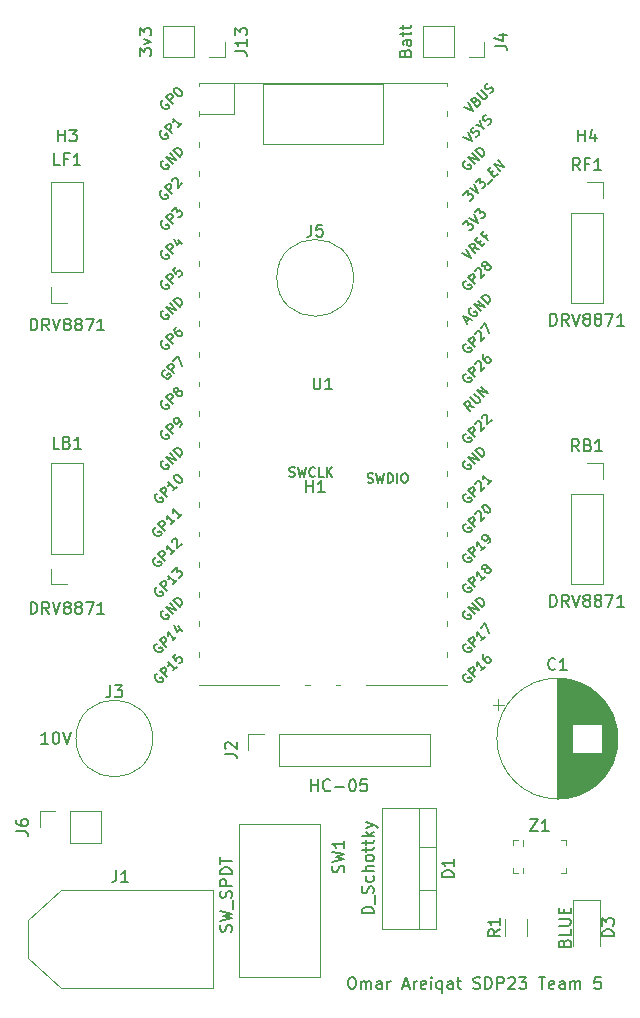
<source format=gbr>
%TF.GenerationSoftware,KiCad,Pcbnew,(6.0.7)*%
%TF.CreationDate,2022-11-23T18:30:17-05:00*%
%TF.ProjectId,Team5_Coaster,5465616d-355f-4436-9f61-737465722e6b,rev?*%
%TF.SameCoordinates,Original*%
%TF.FileFunction,Legend,Top*%
%TF.FilePolarity,Positive*%
%FSLAX46Y46*%
G04 Gerber Fmt 4.6, Leading zero omitted, Abs format (unit mm)*
G04 Created by KiCad (PCBNEW (6.0.7)) date 2022-11-23 18:30:17*
%MOMM*%
%LPD*%
G01*
G04 APERTURE LIST*
%ADD10C,0.150000*%
%ADD11C,0.120000*%
%ADD12C,0.100000*%
G04 APERTURE END LIST*
D10*
X127023809Y-133202380D02*
X127214285Y-133202380D01*
X127309523Y-133250000D01*
X127404761Y-133345238D01*
X127452380Y-133535714D01*
X127452380Y-133869047D01*
X127404761Y-134059523D01*
X127309523Y-134154761D01*
X127214285Y-134202380D01*
X127023809Y-134202380D01*
X126928571Y-134154761D01*
X126833333Y-134059523D01*
X126785714Y-133869047D01*
X126785714Y-133535714D01*
X126833333Y-133345238D01*
X126928571Y-133250000D01*
X127023809Y-133202380D01*
X127880952Y-134202380D02*
X127880952Y-133535714D01*
X127880952Y-133630952D02*
X127928571Y-133583333D01*
X128023809Y-133535714D01*
X128166666Y-133535714D01*
X128261904Y-133583333D01*
X128309523Y-133678571D01*
X128309523Y-134202380D01*
X128309523Y-133678571D02*
X128357142Y-133583333D01*
X128452380Y-133535714D01*
X128595238Y-133535714D01*
X128690476Y-133583333D01*
X128738095Y-133678571D01*
X128738095Y-134202380D01*
X129642857Y-134202380D02*
X129642857Y-133678571D01*
X129595238Y-133583333D01*
X129500000Y-133535714D01*
X129309523Y-133535714D01*
X129214285Y-133583333D01*
X129642857Y-134154761D02*
X129547619Y-134202380D01*
X129309523Y-134202380D01*
X129214285Y-134154761D01*
X129166666Y-134059523D01*
X129166666Y-133964285D01*
X129214285Y-133869047D01*
X129309523Y-133821428D01*
X129547619Y-133821428D01*
X129642857Y-133773809D01*
X130119047Y-134202380D02*
X130119047Y-133535714D01*
X130119047Y-133726190D02*
X130166666Y-133630952D01*
X130214285Y-133583333D01*
X130309523Y-133535714D01*
X130404761Y-133535714D01*
X131452380Y-133916666D02*
X131928571Y-133916666D01*
X131357142Y-134202380D02*
X131690476Y-133202380D01*
X132023809Y-134202380D01*
X132357142Y-134202380D02*
X132357142Y-133535714D01*
X132357142Y-133726190D02*
X132404761Y-133630952D01*
X132452380Y-133583333D01*
X132547619Y-133535714D01*
X132642857Y-133535714D01*
X133357142Y-134154761D02*
X133261904Y-134202380D01*
X133071428Y-134202380D01*
X132976190Y-134154761D01*
X132928571Y-134059523D01*
X132928571Y-133678571D01*
X132976190Y-133583333D01*
X133071428Y-133535714D01*
X133261904Y-133535714D01*
X133357142Y-133583333D01*
X133404761Y-133678571D01*
X133404761Y-133773809D01*
X132928571Y-133869047D01*
X133833333Y-134202380D02*
X133833333Y-133535714D01*
X133833333Y-133202380D02*
X133785714Y-133250000D01*
X133833333Y-133297619D01*
X133880952Y-133250000D01*
X133833333Y-133202380D01*
X133833333Y-133297619D01*
X134738095Y-133535714D02*
X134738095Y-134535714D01*
X134738095Y-134154761D02*
X134642857Y-134202380D01*
X134452380Y-134202380D01*
X134357142Y-134154761D01*
X134309523Y-134107142D01*
X134261904Y-134011904D01*
X134261904Y-133726190D01*
X134309523Y-133630952D01*
X134357142Y-133583333D01*
X134452380Y-133535714D01*
X134642857Y-133535714D01*
X134738095Y-133583333D01*
X135642857Y-134202380D02*
X135642857Y-133678571D01*
X135595238Y-133583333D01*
X135500000Y-133535714D01*
X135309523Y-133535714D01*
X135214285Y-133583333D01*
X135642857Y-134154761D02*
X135547619Y-134202380D01*
X135309523Y-134202380D01*
X135214285Y-134154761D01*
X135166666Y-134059523D01*
X135166666Y-133964285D01*
X135214285Y-133869047D01*
X135309523Y-133821428D01*
X135547619Y-133821428D01*
X135642857Y-133773809D01*
X135976190Y-133535714D02*
X136357142Y-133535714D01*
X136119047Y-133202380D02*
X136119047Y-134059523D01*
X136166666Y-134154761D01*
X136261904Y-134202380D01*
X136357142Y-134202380D01*
X137404761Y-134154761D02*
X137547619Y-134202380D01*
X137785714Y-134202380D01*
X137880952Y-134154761D01*
X137928571Y-134107142D01*
X137976190Y-134011904D01*
X137976190Y-133916666D01*
X137928571Y-133821428D01*
X137880952Y-133773809D01*
X137785714Y-133726190D01*
X137595238Y-133678571D01*
X137500000Y-133630952D01*
X137452380Y-133583333D01*
X137404761Y-133488095D01*
X137404761Y-133392857D01*
X137452380Y-133297619D01*
X137500000Y-133250000D01*
X137595238Y-133202380D01*
X137833333Y-133202380D01*
X137976190Y-133250000D01*
X138404761Y-134202380D02*
X138404761Y-133202380D01*
X138642857Y-133202380D01*
X138785714Y-133250000D01*
X138880952Y-133345238D01*
X138928571Y-133440476D01*
X138976190Y-133630952D01*
X138976190Y-133773809D01*
X138928571Y-133964285D01*
X138880952Y-134059523D01*
X138785714Y-134154761D01*
X138642857Y-134202380D01*
X138404761Y-134202380D01*
X139404761Y-134202380D02*
X139404761Y-133202380D01*
X139785714Y-133202380D01*
X139880952Y-133250000D01*
X139928571Y-133297619D01*
X139976190Y-133392857D01*
X139976190Y-133535714D01*
X139928571Y-133630952D01*
X139880952Y-133678571D01*
X139785714Y-133726190D01*
X139404761Y-133726190D01*
X140357142Y-133297619D02*
X140404761Y-133250000D01*
X140500000Y-133202380D01*
X140738095Y-133202380D01*
X140833333Y-133250000D01*
X140880952Y-133297619D01*
X140928571Y-133392857D01*
X140928571Y-133488095D01*
X140880952Y-133630952D01*
X140309523Y-134202380D01*
X140928571Y-134202380D01*
X141261904Y-133202380D02*
X141880952Y-133202380D01*
X141547619Y-133583333D01*
X141690476Y-133583333D01*
X141785714Y-133630952D01*
X141833333Y-133678571D01*
X141880952Y-133773809D01*
X141880952Y-134011904D01*
X141833333Y-134107142D01*
X141785714Y-134154761D01*
X141690476Y-134202380D01*
X141404761Y-134202380D01*
X141309523Y-134154761D01*
X141261904Y-134107142D01*
X142928571Y-133202380D02*
X143500000Y-133202380D01*
X143214285Y-134202380D02*
X143214285Y-133202380D01*
X144214285Y-134154761D02*
X144119047Y-134202380D01*
X143928571Y-134202380D01*
X143833333Y-134154761D01*
X143785714Y-134059523D01*
X143785714Y-133678571D01*
X143833333Y-133583333D01*
X143928571Y-133535714D01*
X144119047Y-133535714D01*
X144214285Y-133583333D01*
X144261904Y-133678571D01*
X144261904Y-133773809D01*
X143785714Y-133869047D01*
X145119047Y-134202380D02*
X145119047Y-133678571D01*
X145071428Y-133583333D01*
X144976190Y-133535714D01*
X144785714Y-133535714D01*
X144690476Y-133583333D01*
X145119047Y-134154761D02*
X145023809Y-134202380D01*
X144785714Y-134202380D01*
X144690476Y-134154761D01*
X144642857Y-134059523D01*
X144642857Y-133964285D01*
X144690476Y-133869047D01*
X144785714Y-133821428D01*
X145023809Y-133821428D01*
X145119047Y-133773809D01*
X145595238Y-134202380D02*
X145595238Y-133535714D01*
X145595238Y-133630952D02*
X145642857Y-133583333D01*
X145738095Y-133535714D01*
X145880952Y-133535714D01*
X145976190Y-133583333D01*
X146023809Y-133678571D01*
X146023809Y-134202380D01*
X146023809Y-133678571D02*
X146071428Y-133583333D01*
X146166666Y-133535714D01*
X146309523Y-133535714D01*
X146404761Y-133583333D01*
X146452380Y-133678571D01*
X146452380Y-134202380D01*
X148166666Y-133202380D02*
X147690476Y-133202380D01*
X147642857Y-133678571D01*
X147690476Y-133630952D01*
X147785714Y-133583333D01*
X148023809Y-133583333D01*
X148119047Y-133630952D01*
X148166666Y-133678571D01*
X148214285Y-133773809D01*
X148214285Y-134011904D01*
X148166666Y-134107142D01*
X148119047Y-134154761D01*
X148023809Y-134202380D01*
X147785714Y-134202380D01*
X147690476Y-134154761D01*
X147642857Y-134107142D01*
%TO.C,J6*%
X98682380Y-120833333D02*
X99396666Y-120833333D01*
X99539523Y-120880952D01*
X99634761Y-120976190D01*
X99682380Y-121119047D01*
X99682380Y-121214285D01*
X98682380Y-119928571D02*
X98682380Y-120119047D01*
X98730000Y-120214285D01*
X98777619Y-120261904D01*
X98920476Y-120357142D01*
X99110952Y-120404761D01*
X99491904Y-120404761D01*
X99587142Y-120357142D01*
X99634761Y-120309523D01*
X99682380Y-120214285D01*
X99682380Y-120023809D01*
X99634761Y-119928571D01*
X99587142Y-119880952D01*
X99491904Y-119833333D01*
X99253809Y-119833333D01*
X99158571Y-119880952D01*
X99110952Y-119928571D01*
X99063333Y-120023809D01*
X99063333Y-120214285D01*
X99110952Y-120309523D01*
X99158571Y-120357142D01*
X99253809Y-120404761D01*
%TO.C,RF1*%
X146404761Y-64882380D02*
X146071428Y-64406190D01*
X145833333Y-64882380D02*
X145833333Y-63882380D01*
X146214285Y-63882380D01*
X146309523Y-63930000D01*
X146357142Y-63977619D01*
X146404761Y-64072857D01*
X146404761Y-64215714D01*
X146357142Y-64310952D01*
X146309523Y-64358571D01*
X146214285Y-64406190D01*
X145833333Y-64406190D01*
X147166666Y-64358571D02*
X146833333Y-64358571D01*
X146833333Y-64882380D02*
X146833333Y-63882380D01*
X147309523Y-63882380D01*
X148214285Y-64882380D02*
X147642857Y-64882380D01*
X147928571Y-64882380D02*
X147928571Y-63882380D01*
X147833333Y-64025238D01*
X147738095Y-64120476D01*
X147642857Y-64168095D01*
X143904761Y-78042380D02*
X143904761Y-77042380D01*
X144142857Y-77042380D01*
X144285714Y-77090000D01*
X144380952Y-77185238D01*
X144428571Y-77280476D01*
X144476190Y-77470952D01*
X144476190Y-77613809D01*
X144428571Y-77804285D01*
X144380952Y-77899523D01*
X144285714Y-77994761D01*
X144142857Y-78042380D01*
X143904761Y-78042380D01*
X145476190Y-78042380D02*
X145142857Y-77566190D01*
X144904761Y-78042380D02*
X144904761Y-77042380D01*
X145285714Y-77042380D01*
X145380952Y-77090000D01*
X145428571Y-77137619D01*
X145476190Y-77232857D01*
X145476190Y-77375714D01*
X145428571Y-77470952D01*
X145380952Y-77518571D01*
X145285714Y-77566190D01*
X144904761Y-77566190D01*
X145761904Y-77042380D02*
X146095238Y-78042380D01*
X146428571Y-77042380D01*
X146904761Y-77470952D02*
X146809523Y-77423333D01*
X146761904Y-77375714D01*
X146714285Y-77280476D01*
X146714285Y-77232857D01*
X146761904Y-77137619D01*
X146809523Y-77090000D01*
X146904761Y-77042380D01*
X147095238Y-77042380D01*
X147190476Y-77090000D01*
X147238095Y-77137619D01*
X147285714Y-77232857D01*
X147285714Y-77280476D01*
X147238095Y-77375714D01*
X147190476Y-77423333D01*
X147095238Y-77470952D01*
X146904761Y-77470952D01*
X146809523Y-77518571D01*
X146761904Y-77566190D01*
X146714285Y-77661428D01*
X146714285Y-77851904D01*
X146761904Y-77947142D01*
X146809523Y-77994761D01*
X146904761Y-78042380D01*
X147095238Y-78042380D01*
X147190476Y-77994761D01*
X147238095Y-77947142D01*
X147285714Y-77851904D01*
X147285714Y-77661428D01*
X147238095Y-77566190D01*
X147190476Y-77518571D01*
X147095238Y-77470952D01*
X147857142Y-77470952D02*
X147761904Y-77423333D01*
X147714285Y-77375714D01*
X147666666Y-77280476D01*
X147666666Y-77232857D01*
X147714285Y-77137619D01*
X147761904Y-77090000D01*
X147857142Y-77042380D01*
X148047619Y-77042380D01*
X148142857Y-77090000D01*
X148190476Y-77137619D01*
X148238095Y-77232857D01*
X148238095Y-77280476D01*
X148190476Y-77375714D01*
X148142857Y-77423333D01*
X148047619Y-77470952D01*
X147857142Y-77470952D01*
X147761904Y-77518571D01*
X147714285Y-77566190D01*
X147666666Y-77661428D01*
X147666666Y-77851904D01*
X147714285Y-77947142D01*
X147761904Y-77994761D01*
X147857142Y-78042380D01*
X148047619Y-78042380D01*
X148142857Y-77994761D01*
X148190476Y-77947142D01*
X148238095Y-77851904D01*
X148238095Y-77661428D01*
X148190476Y-77566190D01*
X148142857Y-77518571D01*
X148047619Y-77470952D01*
X148571428Y-77042380D02*
X149238095Y-77042380D01*
X148809523Y-78042380D01*
X150142857Y-78042380D02*
X149571428Y-78042380D01*
X149857142Y-78042380D02*
X149857142Y-77042380D01*
X149761904Y-77185238D01*
X149666666Y-77280476D01*
X149571428Y-77328095D01*
%TO.C,H1*%
X123238095Y-92152380D02*
X123238095Y-91152380D01*
X123238095Y-91628571D02*
X123809523Y-91628571D01*
X123809523Y-92152380D02*
X123809523Y-91152380D01*
X124809523Y-92152380D02*
X124238095Y-92152380D01*
X124523809Y-92152380D02*
X124523809Y-91152380D01*
X124428571Y-91295238D01*
X124333333Y-91390476D01*
X124238095Y-91438095D01*
%TO.C,SW1*%
X126404761Y-124333333D02*
X126452380Y-124190476D01*
X126452380Y-123952380D01*
X126404761Y-123857142D01*
X126357142Y-123809523D01*
X126261904Y-123761904D01*
X126166666Y-123761904D01*
X126071428Y-123809523D01*
X126023809Y-123857142D01*
X125976190Y-123952380D01*
X125928571Y-124142857D01*
X125880952Y-124238095D01*
X125833333Y-124285714D01*
X125738095Y-124333333D01*
X125642857Y-124333333D01*
X125547619Y-124285714D01*
X125500000Y-124238095D01*
X125452380Y-124142857D01*
X125452380Y-123904761D01*
X125500000Y-123761904D01*
X125452380Y-123428571D02*
X126452380Y-123190476D01*
X125738095Y-123000000D01*
X126452380Y-122809523D01*
X125452380Y-122571428D01*
X126452380Y-121666666D02*
X126452380Y-122238095D01*
X126452380Y-121952380D02*
X125452380Y-121952380D01*
X125595238Y-122047619D01*
X125690476Y-122142857D01*
X125738095Y-122238095D01*
X116904761Y-129345238D02*
X116952380Y-129202380D01*
X116952380Y-128964285D01*
X116904761Y-128869047D01*
X116857142Y-128821428D01*
X116761904Y-128773809D01*
X116666666Y-128773809D01*
X116571428Y-128821428D01*
X116523809Y-128869047D01*
X116476190Y-128964285D01*
X116428571Y-129154761D01*
X116380952Y-129250000D01*
X116333333Y-129297619D01*
X116238095Y-129345238D01*
X116142857Y-129345238D01*
X116047619Y-129297619D01*
X116000000Y-129250000D01*
X115952380Y-129154761D01*
X115952380Y-128916666D01*
X116000000Y-128773809D01*
X115952380Y-128440476D02*
X116952380Y-128202380D01*
X116238095Y-128011904D01*
X116952380Y-127821428D01*
X115952380Y-127583333D01*
X117047619Y-127440476D02*
X117047619Y-126678571D01*
X116904761Y-126488095D02*
X116952380Y-126345238D01*
X116952380Y-126107142D01*
X116904761Y-126011904D01*
X116857142Y-125964285D01*
X116761904Y-125916666D01*
X116666666Y-125916666D01*
X116571428Y-125964285D01*
X116523809Y-126011904D01*
X116476190Y-126107142D01*
X116428571Y-126297619D01*
X116380952Y-126392857D01*
X116333333Y-126440476D01*
X116238095Y-126488095D01*
X116142857Y-126488095D01*
X116047619Y-126440476D01*
X116000000Y-126392857D01*
X115952380Y-126297619D01*
X115952380Y-126059523D01*
X116000000Y-125916666D01*
X116952380Y-125488095D02*
X115952380Y-125488095D01*
X115952380Y-125107142D01*
X116000000Y-125011904D01*
X116047619Y-124964285D01*
X116142857Y-124916666D01*
X116285714Y-124916666D01*
X116380952Y-124964285D01*
X116428571Y-125011904D01*
X116476190Y-125107142D01*
X116476190Y-125488095D01*
X116952380Y-124488095D02*
X115952380Y-124488095D01*
X115952380Y-124250000D01*
X116000000Y-124107142D01*
X116095238Y-124011904D01*
X116190476Y-123964285D01*
X116380952Y-123916666D01*
X116523809Y-123916666D01*
X116714285Y-123964285D01*
X116809523Y-124011904D01*
X116904761Y-124107142D01*
X116952380Y-124250000D01*
X116952380Y-124488095D01*
X115952380Y-123630952D02*
X115952380Y-123059523D01*
X116952380Y-123345238D02*
X115952380Y-123345238D01*
%TO.C,J13*%
X117222380Y-54809523D02*
X117936666Y-54809523D01*
X118079523Y-54857142D01*
X118174761Y-54952380D01*
X118222380Y-55095238D01*
X118222380Y-55190476D01*
X118222380Y-53809523D02*
X118222380Y-54380952D01*
X118222380Y-54095238D02*
X117222380Y-54095238D01*
X117365238Y-54190476D01*
X117460476Y-54285714D01*
X117508095Y-54380952D01*
X117222380Y-53476190D02*
X117222380Y-52857142D01*
X117603333Y-53190476D01*
X117603333Y-53047619D01*
X117650952Y-52952380D01*
X117698571Y-52904761D01*
X117793809Y-52857142D01*
X118031904Y-52857142D01*
X118127142Y-52904761D01*
X118174761Y-52952380D01*
X118222380Y-53047619D01*
X118222380Y-53333333D01*
X118174761Y-53428571D01*
X118127142Y-53476190D01*
X109142380Y-55190476D02*
X109142380Y-54571428D01*
X109523333Y-54904761D01*
X109523333Y-54761904D01*
X109570952Y-54666666D01*
X109618571Y-54619047D01*
X109713809Y-54571428D01*
X109951904Y-54571428D01*
X110047142Y-54619047D01*
X110094761Y-54666666D01*
X110142380Y-54761904D01*
X110142380Y-55047619D01*
X110094761Y-55142857D01*
X110047142Y-55190476D01*
X109475714Y-54238095D02*
X110142380Y-54000000D01*
X109475714Y-53761904D01*
X109142380Y-53476190D02*
X109142380Y-52857142D01*
X109523333Y-53190476D01*
X109523333Y-53047619D01*
X109570952Y-52952380D01*
X109618571Y-52904761D01*
X109713809Y-52857142D01*
X109951904Y-52857142D01*
X110047142Y-52904761D01*
X110094761Y-52952380D01*
X110142380Y-53047619D01*
X110142380Y-53333333D01*
X110094761Y-53428571D01*
X110047142Y-53476190D01*
%TO.C,J4*%
X139222380Y-54333333D02*
X139936666Y-54333333D01*
X140079523Y-54380952D01*
X140174761Y-54476190D01*
X140222380Y-54619047D01*
X140222380Y-54714285D01*
X139555714Y-53428571D02*
X140222380Y-53428571D01*
X139174761Y-53666666D02*
X139889047Y-53904761D01*
X139889047Y-53285714D01*
X131618571Y-54952380D02*
X131666190Y-54809523D01*
X131713809Y-54761904D01*
X131809047Y-54714285D01*
X131951904Y-54714285D01*
X132047142Y-54761904D01*
X132094761Y-54809523D01*
X132142380Y-54904761D01*
X132142380Y-55285714D01*
X131142380Y-55285714D01*
X131142380Y-54952380D01*
X131190000Y-54857142D01*
X131237619Y-54809523D01*
X131332857Y-54761904D01*
X131428095Y-54761904D01*
X131523333Y-54809523D01*
X131570952Y-54857142D01*
X131618571Y-54952380D01*
X131618571Y-55285714D01*
X132142380Y-53857142D02*
X131618571Y-53857142D01*
X131523333Y-53904761D01*
X131475714Y-54000000D01*
X131475714Y-54190476D01*
X131523333Y-54285714D01*
X132094761Y-53857142D02*
X132142380Y-53952380D01*
X132142380Y-54190476D01*
X132094761Y-54285714D01*
X131999523Y-54333333D01*
X131904285Y-54333333D01*
X131809047Y-54285714D01*
X131761428Y-54190476D01*
X131761428Y-53952380D01*
X131713809Y-53857142D01*
X131475714Y-53523809D02*
X131475714Y-53142857D01*
X131142380Y-53380952D02*
X131999523Y-53380952D01*
X132094761Y-53333333D01*
X132142380Y-53238095D01*
X132142380Y-53142857D01*
X131475714Y-52952380D02*
X131475714Y-52571428D01*
X131142380Y-52809523D02*
X131999523Y-52809523D01*
X132094761Y-52761904D01*
X132142380Y-52666666D01*
X132142380Y-52571428D01*
%TO.C,Z1*%
X142190476Y-119852380D02*
X142857142Y-119852380D01*
X142190476Y-120852380D01*
X142857142Y-120852380D01*
X143761904Y-120852380D02*
X143190476Y-120852380D01*
X143476190Y-120852380D02*
X143476190Y-119852380D01*
X143380952Y-119995238D01*
X143285714Y-120090476D01*
X143190476Y-120138095D01*
%TO.C,D3*%
X149272380Y-129738095D02*
X148272380Y-129738095D01*
X148272380Y-129500000D01*
X148320000Y-129357142D01*
X148415238Y-129261904D01*
X148510476Y-129214285D01*
X148700952Y-129166666D01*
X148843809Y-129166666D01*
X149034285Y-129214285D01*
X149129523Y-129261904D01*
X149224761Y-129357142D01*
X149272380Y-129500000D01*
X149272380Y-129738095D01*
X148272380Y-128833333D02*
X148272380Y-128214285D01*
X148653333Y-128547619D01*
X148653333Y-128404761D01*
X148700952Y-128309523D01*
X148748571Y-128261904D01*
X148843809Y-128214285D01*
X149081904Y-128214285D01*
X149177142Y-128261904D01*
X149224761Y-128309523D01*
X149272380Y-128404761D01*
X149272380Y-128690476D01*
X149224761Y-128785714D01*
X149177142Y-128833333D01*
X145108571Y-130309523D02*
X145156190Y-130166666D01*
X145203809Y-130119047D01*
X145299047Y-130071428D01*
X145441904Y-130071428D01*
X145537142Y-130119047D01*
X145584761Y-130166666D01*
X145632380Y-130261904D01*
X145632380Y-130642857D01*
X144632380Y-130642857D01*
X144632380Y-130309523D01*
X144680000Y-130214285D01*
X144727619Y-130166666D01*
X144822857Y-130119047D01*
X144918095Y-130119047D01*
X145013333Y-130166666D01*
X145060952Y-130214285D01*
X145108571Y-130309523D01*
X145108571Y-130642857D01*
X145632380Y-129166666D02*
X145632380Y-129642857D01*
X144632380Y-129642857D01*
X144632380Y-128833333D02*
X145441904Y-128833333D01*
X145537142Y-128785714D01*
X145584761Y-128738095D01*
X145632380Y-128642857D01*
X145632380Y-128452380D01*
X145584761Y-128357142D01*
X145537142Y-128309523D01*
X145441904Y-128261904D01*
X144632380Y-128261904D01*
X145108571Y-127785714D02*
X145108571Y-127452380D01*
X145632380Y-127309523D02*
X145632380Y-127785714D01*
X144632380Y-127785714D01*
X144632380Y-127309523D01*
%TO.C,D1*%
X135722380Y-124738095D02*
X134722380Y-124738095D01*
X134722380Y-124500000D01*
X134770000Y-124357142D01*
X134865238Y-124261904D01*
X134960476Y-124214285D01*
X135150952Y-124166666D01*
X135293809Y-124166666D01*
X135484285Y-124214285D01*
X135579523Y-124261904D01*
X135674761Y-124357142D01*
X135722380Y-124500000D01*
X135722380Y-124738095D01*
X135722380Y-123214285D02*
X135722380Y-123785714D01*
X135722380Y-123500000D02*
X134722380Y-123500000D01*
X134865238Y-123595238D01*
X134960476Y-123690476D01*
X135008095Y-123785714D01*
X128952380Y-127809523D02*
X127952380Y-127809523D01*
X127952380Y-127571428D01*
X128000000Y-127428571D01*
X128095238Y-127333333D01*
X128190476Y-127285714D01*
X128380952Y-127238095D01*
X128523809Y-127238095D01*
X128714285Y-127285714D01*
X128809523Y-127333333D01*
X128904761Y-127428571D01*
X128952380Y-127571428D01*
X128952380Y-127809523D01*
X129047619Y-127047619D02*
X129047619Y-126285714D01*
X128904761Y-126095238D02*
X128952380Y-125952380D01*
X128952380Y-125714285D01*
X128904761Y-125619047D01*
X128857142Y-125571428D01*
X128761904Y-125523809D01*
X128666666Y-125523809D01*
X128571428Y-125571428D01*
X128523809Y-125619047D01*
X128476190Y-125714285D01*
X128428571Y-125904761D01*
X128380952Y-126000000D01*
X128333333Y-126047619D01*
X128238095Y-126095238D01*
X128142857Y-126095238D01*
X128047619Y-126047619D01*
X128000000Y-126000000D01*
X127952380Y-125904761D01*
X127952380Y-125666666D01*
X128000000Y-125523809D01*
X128904761Y-124666666D02*
X128952380Y-124761904D01*
X128952380Y-124952380D01*
X128904761Y-125047619D01*
X128857142Y-125095238D01*
X128761904Y-125142857D01*
X128476190Y-125142857D01*
X128380952Y-125095238D01*
X128333333Y-125047619D01*
X128285714Y-124952380D01*
X128285714Y-124761904D01*
X128333333Y-124666666D01*
X128952380Y-124238095D02*
X127952380Y-124238095D01*
X128952380Y-123809523D02*
X128428571Y-123809523D01*
X128333333Y-123857142D01*
X128285714Y-123952380D01*
X128285714Y-124095238D01*
X128333333Y-124190476D01*
X128380952Y-124238095D01*
X128952380Y-123190476D02*
X128904761Y-123285714D01*
X128857142Y-123333333D01*
X128761904Y-123380952D01*
X128476190Y-123380952D01*
X128380952Y-123333333D01*
X128333333Y-123285714D01*
X128285714Y-123190476D01*
X128285714Y-123047619D01*
X128333333Y-122952380D01*
X128380952Y-122904761D01*
X128476190Y-122857142D01*
X128761904Y-122857142D01*
X128857142Y-122904761D01*
X128904761Y-122952380D01*
X128952380Y-123047619D01*
X128952380Y-123190476D01*
X128285714Y-122571428D02*
X128285714Y-122190476D01*
X127952380Y-122428571D02*
X128809523Y-122428571D01*
X128904761Y-122380952D01*
X128952380Y-122285714D01*
X128952380Y-122190476D01*
X128285714Y-122000000D02*
X128285714Y-121619047D01*
X127952380Y-121857142D02*
X128809523Y-121857142D01*
X128904761Y-121809523D01*
X128952380Y-121714285D01*
X128952380Y-121619047D01*
X128952380Y-121285714D02*
X127952380Y-121285714D01*
X128571428Y-121190476D02*
X128952380Y-120904761D01*
X128285714Y-120904761D02*
X128666666Y-121285714D01*
X128285714Y-120571428D02*
X128952380Y-120333333D01*
X128285714Y-120095238D02*
X128952380Y-120333333D01*
X129190476Y-120428571D01*
X129238095Y-120476190D01*
X129285714Y-120571428D01*
%TO.C,H4*%
X146238095Y-62452380D02*
X146238095Y-61452380D01*
X146238095Y-61928571D02*
X146809523Y-61928571D01*
X146809523Y-62452380D02*
X146809523Y-61452380D01*
X147714285Y-61785714D02*
X147714285Y-62452380D01*
X147476190Y-61404761D02*
X147238095Y-62119047D01*
X147857142Y-62119047D01*
%TO.C,C1*%
X144333333Y-107107142D02*
X144285714Y-107154761D01*
X144142857Y-107202380D01*
X144047619Y-107202380D01*
X143904761Y-107154761D01*
X143809523Y-107059523D01*
X143761904Y-106964285D01*
X143714285Y-106773809D01*
X143714285Y-106630952D01*
X143761904Y-106440476D01*
X143809523Y-106345238D01*
X143904761Y-106250000D01*
X144047619Y-106202380D01*
X144142857Y-106202380D01*
X144285714Y-106250000D01*
X144333333Y-106297619D01*
X145285714Y-107202380D02*
X144714285Y-107202380D01*
X145000000Y-107202380D02*
X145000000Y-106202380D01*
X144904761Y-106345238D01*
X144809523Y-106440476D01*
X144714285Y-106488095D01*
%TO.C,J5*%
X123666666Y-69504380D02*
X123666666Y-70218666D01*
X123619047Y-70361523D01*
X123523809Y-70456761D01*
X123380952Y-70504380D01*
X123285714Y-70504380D01*
X124619047Y-69504380D02*
X124142857Y-69504380D01*
X124095238Y-69980571D01*
X124142857Y-69932952D01*
X124238095Y-69885333D01*
X124476190Y-69885333D01*
X124571428Y-69932952D01*
X124619047Y-69980571D01*
X124666666Y-70075809D01*
X124666666Y-70313904D01*
X124619047Y-70409142D01*
X124571428Y-70456761D01*
X124476190Y-70504380D01*
X124238095Y-70504380D01*
X124142857Y-70456761D01*
X124095238Y-70409142D01*
%TO.C,J2*%
X116357380Y-114308333D02*
X117071666Y-114308333D01*
X117214523Y-114355952D01*
X117309761Y-114451190D01*
X117357380Y-114594047D01*
X117357380Y-114689285D01*
X116452619Y-113879761D02*
X116405000Y-113832142D01*
X116357380Y-113736904D01*
X116357380Y-113498809D01*
X116405000Y-113403571D01*
X116452619Y-113355952D01*
X116547857Y-113308333D01*
X116643095Y-113308333D01*
X116785952Y-113355952D01*
X117357380Y-113927380D01*
X117357380Y-113308333D01*
X123642857Y-117452380D02*
X123642857Y-116452380D01*
X123642857Y-116928571D02*
X124214285Y-116928571D01*
X124214285Y-117452380D02*
X124214285Y-116452380D01*
X125261904Y-117357142D02*
X125214285Y-117404761D01*
X125071428Y-117452380D01*
X124976190Y-117452380D01*
X124833333Y-117404761D01*
X124738095Y-117309523D01*
X124690476Y-117214285D01*
X124642857Y-117023809D01*
X124642857Y-116880952D01*
X124690476Y-116690476D01*
X124738095Y-116595238D01*
X124833333Y-116500000D01*
X124976190Y-116452380D01*
X125071428Y-116452380D01*
X125214285Y-116500000D01*
X125261904Y-116547619D01*
X125690476Y-117071428D02*
X126452380Y-117071428D01*
X127119047Y-116452380D02*
X127214285Y-116452380D01*
X127309523Y-116500000D01*
X127357142Y-116547619D01*
X127404761Y-116642857D01*
X127452380Y-116833333D01*
X127452380Y-117071428D01*
X127404761Y-117261904D01*
X127357142Y-117357142D01*
X127309523Y-117404761D01*
X127214285Y-117452380D01*
X127119047Y-117452380D01*
X127023809Y-117404761D01*
X126976190Y-117357142D01*
X126928571Y-117261904D01*
X126880952Y-117071428D01*
X126880952Y-116833333D01*
X126928571Y-116642857D01*
X126976190Y-116547619D01*
X127023809Y-116500000D01*
X127119047Y-116452380D01*
X128357142Y-116452380D02*
X127880952Y-116452380D01*
X127833333Y-116928571D01*
X127880952Y-116880952D01*
X127976190Y-116833333D01*
X128214285Y-116833333D01*
X128309523Y-116880952D01*
X128357142Y-116928571D01*
X128404761Y-117023809D01*
X128404761Y-117261904D01*
X128357142Y-117357142D01*
X128309523Y-117404761D01*
X128214285Y-117452380D01*
X127976190Y-117452380D01*
X127880952Y-117404761D01*
X127833333Y-117357142D01*
%TO.C,J1*%
X107166666Y-124152380D02*
X107166666Y-124866666D01*
X107119047Y-125009523D01*
X107023809Y-125104761D01*
X106880952Y-125152380D01*
X106785714Y-125152380D01*
X108166666Y-125152380D02*
X107595238Y-125152380D01*
X107880952Y-125152380D02*
X107880952Y-124152380D01*
X107785714Y-124295238D01*
X107690476Y-124390476D01*
X107595238Y-124438095D01*
%TO.C,H3*%
X102238095Y-62452380D02*
X102238095Y-61452380D01*
X102238095Y-61928571D02*
X102809523Y-61928571D01*
X102809523Y-62452380D02*
X102809523Y-61452380D01*
X103190476Y-61452380D02*
X103809523Y-61452380D01*
X103476190Y-61833333D01*
X103619047Y-61833333D01*
X103714285Y-61880952D01*
X103761904Y-61928571D01*
X103809523Y-62023809D01*
X103809523Y-62261904D01*
X103761904Y-62357142D01*
X103714285Y-62404761D01*
X103619047Y-62452380D01*
X103333333Y-62452380D01*
X103238095Y-62404761D01*
X103190476Y-62357142D01*
%TO.C,R1*%
X139632380Y-129166666D02*
X139156190Y-129500000D01*
X139632380Y-129738095D02*
X138632380Y-129738095D01*
X138632380Y-129357142D01*
X138680000Y-129261904D01*
X138727619Y-129214285D01*
X138822857Y-129166666D01*
X138965714Y-129166666D01*
X139060952Y-129214285D01*
X139108571Y-129261904D01*
X139156190Y-129357142D01*
X139156190Y-129738095D01*
X139632380Y-128214285D02*
X139632380Y-128785714D01*
X139632380Y-128500000D02*
X138632380Y-128500000D01*
X138775238Y-128595238D01*
X138870476Y-128690476D01*
X138918095Y-128785714D01*
%TO.C,LB1*%
X102333333Y-88452380D02*
X101857142Y-88452380D01*
X101857142Y-87452380D01*
X103000000Y-87928571D02*
X103142857Y-87976190D01*
X103190476Y-88023809D01*
X103238095Y-88119047D01*
X103238095Y-88261904D01*
X103190476Y-88357142D01*
X103142857Y-88404761D01*
X103047619Y-88452380D01*
X102666666Y-88452380D01*
X102666666Y-87452380D01*
X103000000Y-87452380D01*
X103095238Y-87500000D01*
X103142857Y-87547619D01*
X103190476Y-87642857D01*
X103190476Y-87738095D01*
X103142857Y-87833333D01*
X103095238Y-87880952D01*
X103000000Y-87928571D01*
X102666666Y-87928571D01*
X104190476Y-88452380D02*
X103619047Y-88452380D01*
X103904761Y-88452380D02*
X103904761Y-87452380D01*
X103809523Y-87595238D01*
X103714285Y-87690476D01*
X103619047Y-87738095D01*
X99904761Y-102452380D02*
X99904761Y-101452380D01*
X100142857Y-101452380D01*
X100285714Y-101500000D01*
X100380952Y-101595238D01*
X100428571Y-101690476D01*
X100476190Y-101880952D01*
X100476190Y-102023809D01*
X100428571Y-102214285D01*
X100380952Y-102309523D01*
X100285714Y-102404761D01*
X100142857Y-102452380D01*
X99904761Y-102452380D01*
X101476190Y-102452380D02*
X101142857Y-101976190D01*
X100904761Y-102452380D02*
X100904761Y-101452380D01*
X101285714Y-101452380D01*
X101380952Y-101500000D01*
X101428571Y-101547619D01*
X101476190Y-101642857D01*
X101476190Y-101785714D01*
X101428571Y-101880952D01*
X101380952Y-101928571D01*
X101285714Y-101976190D01*
X100904761Y-101976190D01*
X101761904Y-101452380D02*
X102095238Y-102452380D01*
X102428571Y-101452380D01*
X102904761Y-101880952D02*
X102809523Y-101833333D01*
X102761904Y-101785714D01*
X102714285Y-101690476D01*
X102714285Y-101642857D01*
X102761904Y-101547619D01*
X102809523Y-101500000D01*
X102904761Y-101452380D01*
X103095238Y-101452380D01*
X103190476Y-101500000D01*
X103238095Y-101547619D01*
X103285714Y-101642857D01*
X103285714Y-101690476D01*
X103238095Y-101785714D01*
X103190476Y-101833333D01*
X103095238Y-101880952D01*
X102904761Y-101880952D01*
X102809523Y-101928571D01*
X102761904Y-101976190D01*
X102714285Y-102071428D01*
X102714285Y-102261904D01*
X102761904Y-102357142D01*
X102809523Y-102404761D01*
X102904761Y-102452380D01*
X103095238Y-102452380D01*
X103190476Y-102404761D01*
X103238095Y-102357142D01*
X103285714Y-102261904D01*
X103285714Y-102071428D01*
X103238095Y-101976190D01*
X103190476Y-101928571D01*
X103095238Y-101880952D01*
X103857142Y-101880952D02*
X103761904Y-101833333D01*
X103714285Y-101785714D01*
X103666666Y-101690476D01*
X103666666Y-101642857D01*
X103714285Y-101547619D01*
X103761904Y-101500000D01*
X103857142Y-101452380D01*
X104047619Y-101452380D01*
X104142857Y-101500000D01*
X104190476Y-101547619D01*
X104238095Y-101642857D01*
X104238095Y-101690476D01*
X104190476Y-101785714D01*
X104142857Y-101833333D01*
X104047619Y-101880952D01*
X103857142Y-101880952D01*
X103761904Y-101928571D01*
X103714285Y-101976190D01*
X103666666Y-102071428D01*
X103666666Y-102261904D01*
X103714285Y-102357142D01*
X103761904Y-102404761D01*
X103857142Y-102452380D01*
X104047619Y-102452380D01*
X104142857Y-102404761D01*
X104190476Y-102357142D01*
X104238095Y-102261904D01*
X104238095Y-102071428D01*
X104190476Y-101976190D01*
X104142857Y-101928571D01*
X104047619Y-101880952D01*
X104571428Y-101452380D02*
X105238095Y-101452380D01*
X104809523Y-102452380D01*
X106142857Y-102452380D02*
X105571428Y-102452380D01*
X105857142Y-102452380D02*
X105857142Y-101452380D01*
X105761904Y-101595238D01*
X105666666Y-101690476D01*
X105571428Y-101738095D01*
%TO.C,LF1*%
X102404761Y-64452380D02*
X101928571Y-64452380D01*
X101928571Y-63452380D01*
X103071428Y-63928571D02*
X102738095Y-63928571D01*
X102738095Y-64452380D02*
X102738095Y-63452380D01*
X103214285Y-63452380D01*
X104119047Y-64452380D02*
X103547619Y-64452380D01*
X103833333Y-64452380D02*
X103833333Y-63452380D01*
X103738095Y-63595238D01*
X103642857Y-63690476D01*
X103547619Y-63738095D01*
X99904761Y-78452380D02*
X99904761Y-77452380D01*
X100142857Y-77452380D01*
X100285714Y-77500000D01*
X100380952Y-77595238D01*
X100428571Y-77690476D01*
X100476190Y-77880952D01*
X100476190Y-78023809D01*
X100428571Y-78214285D01*
X100380952Y-78309523D01*
X100285714Y-78404761D01*
X100142857Y-78452380D01*
X99904761Y-78452380D01*
X101476190Y-78452380D02*
X101142857Y-77976190D01*
X100904761Y-78452380D02*
X100904761Y-77452380D01*
X101285714Y-77452380D01*
X101380952Y-77500000D01*
X101428571Y-77547619D01*
X101476190Y-77642857D01*
X101476190Y-77785714D01*
X101428571Y-77880952D01*
X101380952Y-77928571D01*
X101285714Y-77976190D01*
X100904761Y-77976190D01*
X101761904Y-77452380D02*
X102095238Y-78452380D01*
X102428571Y-77452380D01*
X102904761Y-77880952D02*
X102809523Y-77833333D01*
X102761904Y-77785714D01*
X102714285Y-77690476D01*
X102714285Y-77642857D01*
X102761904Y-77547619D01*
X102809523Y-77500000D01*
X102904761Y-77452380D01*
X103095238Y-77452380D01*
X103190476Y-77500000D01*
X103238095Y-77547619D01*
X103285714Y-77642857D01*
X103285714Y-77690476D01*
X103238095Y-77785714D01*
X103190476Y-77833333D01*
X103095238Y-77880952D01*
X102904761Y-77880952D01*
X102809523Y-77928571D01*
X102761904Y-77976190D01*
X102714285Y-78071428D01*
X102714285Y-78261904D01*
X102761904Y-78357142D01*
X102809523Y-78404761D01*
X102904761Y-78452380D01*
X103095238Y-78452380D01*
X103190476Y-78404761D01*
X103238095Y-78357142D01*
X103285714Y-78261904D01*
X103285714Y-78071428D01*
X103238095Y-77976190D01*
X103190476Y-77928571D01*
X103095238Y-77880952D01*
X103857142Y-77880952D02*
X103761904Y-77833333D01*
X103714285Y-77785714D01*
X103666666Y-77690476D01*
X103666666Y-77642857D01*
X103714285Y-77547619D01*
X103761904Y-77500000D01*
X103857142Y-77452380D01*
X104047619Y-77452380D01*
X104142857Y-77500000D01*
X104190476Y-77547619D01*
X104238095Y-77642857D01*
X104238095Y-77690476D01*
X104190476Y-77785714D01*
X104142857Y-77833333D01*
X104047619Y-77880952D01*
X103857142Y-77880952D01*
X103761904Y-77928571D01*
X103714285Y-77976190D01*
X103666666Y-78071428D01*
X103666666Y-78261904D01*
X103714285Y-78357142D01*
X103761904Y-78404761D01*
X103857142Y-78452380D01*
X104047619Y-78452380D01*
X104142857Y-78404761D01*
X104190476Y-78357142D01*
X104238095Y-78261904D01*
X104238095Y-78071428D01*
X104190476Y-77976190D01*
X104142857Y-77928571D01*
X104047619Y-77880952D01*
X104571428Y-77452380D02*
X105238095Y-77452380D01*
X104809523Y-78452380D01*
X106142857Y-78452380D02*
X105571428Y-78452380D01*
X105857142Y-78452380D02*
X105857142Y-77452380D01*
X105761904Y-77595238D01*
X105666666Y-77690476D01*
X105571428Y-77738095D01*
%TO.C,J3*%
X106666666Y-108504380D02*
X106666666Y-109218666D01*
X106619047Y-109361523D01*
X106523809Y-109456761D01*
X106380952Y-109504380D01*
X106285714Y-109504380D01*
X107047619Y-108504380D02*
X107666666Y-108504380D01*
X107333333Y-108885333D01*
X107476190Y-108885333D01*
X107571428Y-108932952D01*
X107619047Y-108980571D01*
X107666666Y-109075809D01*
X107666666Y-109313904D01*
X107619047Y-109409142D01*
X107571428Y-109456761D01*
X107476190Y-109504380D01*
X107190476Y-109504380D01*
X107095238Y-109456761D01*
X107047619Y-109409142D01*
X101380952Y-113452380D02*
X100809523Y-113452380D01*
X101095238Y-113452380D02*
X101095238Y-112452380D01*
X101000000Y-112595238D01*
X100904761Y-112690476D01*
X100809523Y-112738095D01*
X102000000Y-112452380D02*
X102095238Y-112452380D01*
X102190476Y-112500000D01*
X102238095Y-112547619D01*
X102285714Y-112642857D01*
X102333333Y-112833333D01*
X102333333Y-113071428D01*
X102285714Y-113261904D01*
X102238095Y-113357142D01*
X102190476Y-113404761D01*
X102095238Y-113452380D01*
X102000000Y-113452380D01*
X101904761Y-113404761D01*
X101857142Y-113357142D01*
X101809523Y-113261904D01*
X101761904Y-113071428D01*
X101761904Y-112833333D01*
X101809523Y-112642857D01*
X101857142Y-112547619D01*
X101904761Y-112500000D01*
X102000000Y-112452380D01*
X102619047Y-112452380D02*
X102952380Y-113452380D01*
X103285714Y-112452380D01*
%TO.C,RB1*%
X146333333Y-88682380D02*
X146000000Y-88206190D01*
X145761904Y-88682380D02*
X145761904Y-87682380D01*
X146142857Y-87682380D01*
X146238095Y-87730000D01*
X146285714Y-87777619D01*
X146333333Y-87872857D01*
X146333333Y-88015714D01*
X146285714Y-88110952D01*
X146238095Y-88158571D01*
X146142857Y-88206190D01*
X145761904Y-88206190D01*
X147095238Y-88158571D02*
X147238095Y-88206190D01*
X147285714Y-88253809D01*
X147333333Y-88349047D01*
X147333333Y-88491904D01*
X147285714Y-88587142D01*
X147238095Y-88634761D01*
X147142857Y-88682380D01*
X146761904Y-88682380D01*
X146761904Y-87682380D01*
X147095238Y-87682380D01*
X147190476Y-87730000D01*
X147238095Y-87777619D01*
X147285714Y-87872857D01*
X147285714Y-87968095D01*
X147238095Y-88063333D01*
X147190476Y-88110952D01*
X147095238Y-88158571D01*
X146761904Y-88158571D01*
X148285714Y-88682380D02*
X147714285Y-88682380D01*
X148000000Y-88682380D02*
X148000000Y-87682380D01*
X147904761Y-87825238D01*
X147809523Y-87920476D01*
X147714285Y-87968095D01*
X143904761Y-101842380D02*
X143904761Y-100842380D01*
X144142857Y-100842380D01*
X144285714Y-100890000D01*
X144380952Y-100985238D01*
X144428571Y-101080476D01*
X144476190Y-101270952D01*
X144476190Y-101413809D01*
X144428571Y-101604285D01*
X144380952Y-101699523D01*
X144285714Y-101794761D01*
X144142857Y-101842380D01*
X143904761Y-101842380D01*
X145476190Y-101842380D02*
X145142857Y-101366190D01*
X144904761Y-101842380D02*
X144904761Y-100842380D01*
X145285714Y-100842380D01*
X145380952Y-100890000D01*
X145428571Y-100937619D01*
X145476190Y-101032857D01*
X145476190Y-101175714D01*
X145428571Y-101270952D01*
X145380952Y-101318571D01*
X145285714Y-101366190D01*
X144904761Y-101366190D01*
X145761904Y-100842380D02*
X146095238Y-101842380D01*
X146428571Y-100842380D01*
X146904761Y-101270952D02*
X146809523Y-101223333D01*
X146761904Y-101175714D01*
X146714285Y-101080476D01*
X146714285Y-101032857D01*
X146761904Y-100937619D01*
X146809523Y-100890000D01*
X146904761Y-100842380D01*
X147095238Y-100842380D01*
X147190476Y-100890000D01*
X147238095Y-100937619D01*
X147285714Y-101032857D01*
X147285714Y-101080476D01*
X147238095Y-101175714D01*
X147190476Y-101223333D01*
X147095238Y-101270952D01*
X146904761Y-101270952D01*
X146809523Y-101318571D01*
X146761904Y-101366190D01*
X146714285Y-101461428D01*
X146714285Y-101651904D01*
X146761904Y-101747142D01*
X146809523Y-101794761D01*
X146904761Y-101842380D01*
X147095238Y-101842380D01*
X147190476Y-101794761D01*
X147238095Y-101747142D01*
X147285714Y-101651904D01*
X147285714Y-101461428D01*
X147238095Y-101366190D01*
X147190476Y-101318571D01*
X147095238Y-101270952D01*
X147857142Y-101270952D02*
X147761904Y-101223333D01*
X147714285Y-101175714D01*
X147666666Y-101080476D01*
X147666666Y-101032857D01*
X147714285Y-100937619D01*
X147761904Y-100890000D01*
X147857142Y-100842380D01*
X148047619Y-100842380D01*
X148142857Y-100890000D01*
X148190476Y-100937619D01*
X148238095Y-101032857D01*
X148238095Y-101080476D01*
X148190476Y-101175714D01*
X148142857Y-101223333D01*
X148047619Y-101270952D01*
X147857142Y-101270952D01*
X147761904Y-101318571D01*
X147714285Y-101366190D01*
X147666666Y-101461428D01*
X147666666Y-101651904D01*
X147714285Y-101747142D01*
X147761904Y-101794761D01*
X147857142Y-101842380D01*
X148047619Y-101842380D01*
X148142857Y-101794761D01*
X148190476Y-101747142D01*
X148238095Y-101651904D01*
X148238095Y-101461428D01*
X148190476Y-101366190D01*
X148142857Y-101318571D01*
X148047619Y-101270952D01*
X148571428Y-100842380D02*
X149238095Y-100842380D01*
X148809523Y-101842380D01*
X150142857Y-101842380D02*
X149571428Y-101842380D01*
X149857142Y-101842380D02*
X149857142Y-100842380D01*
X149761904Y-100985238D01*
X149666666Y-101080476D01*
X149571428Y-101128095D01*
%TO.C,U1*%
X123873095Y-82437380D02*
X123873095Y-83246904D01*
X123920714Y-83342142D01*
X123968333Y-83389761D01*
X124063571Y-83437380D01*
X124254047Y-83437380D01*
X124349285Y-83389761D01*
X124396904Y-83342142D01*
X124444523Y-83246904D01*
X124444523Y-82437380D01*
X125444523Y-83437380D02*
X124873095Y-83437380D01*
X125158809Y-83437380D02*
X125158809Y-82437380D01*
X125063571Y-82580238D01*
X124968333Y-82675476D01*
X124873095Y-82723095D01*
X136732722Y-107505592D02*
X136651910Y-107532529D01*
X136571097Y-107613341D01*
X136517223Y-107721091D01*
X136517223Y-107828841D01*
X136544160Y-107909653D01*
X136624972Y-108044340D01*
X136705784Y-108125152D01*
X136840471Y-108205964D01*
X136921284Y-108232902D01*
X137029033Y-108232902D01*
X137136783Y-108179027D01*
X137190658Y-108125152D01*
X137244532Y-108017402D01*
X137244532Y-107963528D01*
X137055971Y-107774966D01*
X136948221Y-107882715D01*
X137540844Y-107774966D02*
X136975158Y-107209280D01*
X137190658Y-106993781D01*
X137271470Y-106966844D01*
X137325345Y-106966844D01*
X137406157Y-106993781D01*
X137486969Y-107074593D01*
X137513906Y-107155406D01*
X137513906Y-107209280D01*
X137486969Y-107290093D01*
X137271470Y-107505592D01*
X138402841Y-106912969D02*
X138079592Y-107236218D01*
X138241216Y-107074593D02*
X137675531Y-106508908D01*
X137702468Y-106643595D01*
X137702468Y-106751345D01*
X137675531Y-106832157D01*
X138322028Y-105862410D02*
X138214279Y-105970160D01*
X138187341Y-106050972D01*
X138187341Y-106104847D01*
X138214279Y-106239534D01*
X138295091Y-106374221D01*
X138510590Y-106589720D01*
X138591402Y-106616658D01*
X138645277Y-106616658D01*
X138726089Y-106589720D01*
X138833839Y-106481971D01*
X138860776Y-106401158D01*
X138860776Y-106347284D01*
X138833839Y-106266471D01*
X138699152Y-106131784D01*
X138618340Y-106104847D01*
X138564465Y-106104847D01*
X138483653Y-106131784D01*
X138375903Y-106239534D01*
X138348966Y-106320346D01*
X138348966Y-106374221D01*
X138375903Y-106455033D01*
X111121158Y-89483155D02*
X111040346Y-89510093D01*
X110959534Y-89590905D01*
X110905659Y-89698654D01*
X110905659Y-89806404D01*
X110932597Y-89887216D01*
X111013409Y-90021903D01*
X111094221Y-90102715D01*
X111228908Y-90183528D01*
X111309720Y-90210465D01*
X111417470Y-90210465D01*
X111525219Y-90156590D01*
X111579094Y-90102715D01*
X111632969Y-89994966D01*
X111632969Y-89941091D01*
X111444407Y-89752529D01*
X111336658Y-89860279D01*
X111929280Y-89752529D02*
X111363595Y-89186844D01*
X112252529Y-89429280D01*
X111686844Y-88863595D01*
X112521903Y-89159906D02*
X111956218Y-88594221D01*
X112090905Y-88459534D01*
X112198654Y-88405659D01*
X112306404Y-88405659D01*
X112387216Y-88432597D01*
X112521903Y-88513409D01*
X112602715Y-88594221D01*
X112683528Y-88728908D01*
X112710465Y-88809720D01*
X112710465Y-88917470D01*
X112656590Y-89025219D01*
X112521903Y-89159906D01*
X111148096Y-84376218D02*
X111067284Y-84403155D01*
X110986471Y-84483967D01*
X110932597Y-84591717D01*
X110932597Y-84699467D01*
X110959534Y-84780279D01*
X111040346Y-84914966D01*
X111121158Y-84995778D01*
X111255845Y-85076590D01*
X111336658Y-85103528D01*
X111444407Y-85103528D01*
X111552157Y-85049653D01*
X111606032Y-84995778D01*
X111659906Y-84888028D01*
X111659906Y-84834154D01*
X111471345Y-84645592D01*
X111363595Y-84753341D01*
X111956218Y-84645592D02*
X111390532Y-84079906D01*
X111606032Y-83864407D01*
X111686844Y-83837470D01*
X111740719Y-83837470D01*
X111821531Y-83864407D01*
X111902343Y-83945219D01*
X111929280Y-84026032D01*
X111929280Y-84079906D01*
X111902343Y-84160719D01*
X111686844Y-84376218D01*
X112279467Y-83675845D02*
X112198654Y-83702783D01*
X112144780Y-83702783D01*
X112063967Y-83675845D01*
X112037030Y-83648908D01*
X112010093Y-83568096D01*
X112010093Y-83514221D01*
X112037030Y-83433409D01*
X112144780Y-83325659D01*
X112225592Y-83298722D01*
X112279467Y-83298722D01*
X112360279Y-83325659D01*
X112387216Y-83352597D01*
X112414154Y-83433409D01*
X112414154Y-83487284D01*
X112387216Y-83568096D01*
X112279467Y-83675845D01*
X112252529Y-83756658D01*
X112252529Y-83810532D01*
X112279467Y-83891345D01*
X112387216Y-83999094D01*
X112468028Y-84026032D01*
X112521903Y-84026032D01*
X112602715Y-83999094D01*
X112710465Y-83891345D01*
X112737402Y-83810532D01*
X112737402Y-83756658D01*
X112710465Y-83675845D01*
X112602715Y-83568096D01*
X112521903Y-83541158D01*
X112468028Y-83541158D01*
X112387216Y-83568096D01*
X136732722Y-87185592D02*
X136651910Y-87212529D01*
X136571097Y-87293341D01*
X136517223Y-87401091D01*
X136517223Y-87508841D01*
X136544160Y-87589653D01*
X136624972Y-87724340D01*
X136705784Y-87805152D01*
X136840471Y-87885964D01*
X136921284Y-87912902D01*
X137029033Y-87912902D01*
X137136783Y-87859027D01*
X137190658Y-87805152D01*
X137244532Y-87697402D01*
X137244532Y-87643528D01*
X137055971Y-87454966D01*
X136948221Y-87562715D01*
X137540844Y-87454966D02*
X136975158Y-86889280D01*
X137190658Y-86673781D01*
X137271470Y-86646844D01*
X137325345Y-86646844D01*
X137406157Y-86673781D01*
X137486969Y-86754593D01*
X137513906Y-86835406D01*
X137513906Y-86889280D01*
X137486969Y-86970093D01*
X137271470Y-87185592D01*
X137567781Y-86404407D02*
X137567781Y-86350532D01*
X137594719Y-86269720D01*
X137729406Y-86135033D01*
X137810218Y-86108096D01*
X137864093Y-86108096D01*
X137944905Y-86135033D01*
X137998780Y-86188908D01*
X138052654Y-86296658D01*
X138052654Y-86943155D01*
X138402841Y-86592969D01*
X138106529Y-85865659D02*
X138106529Y-85811784D01*
X138133467Y-85730972D01*
X138268154Y-85596285D01*
X138348966Y-85569348D01*
X138402841Y-85569348D01*
X138483653Y-85596285D01*
X138537528Y-85650160D01*
X138591402Y-85757910D01*
X138591402Y-86404407D01*
X138941589Y-86054221D01*
X136721158Y-64083155D02*
X136640346Y-64110093D01*
X136559534Y-64190905D01*
X136505659Y-64298654D01*
X136505659Y-64406404D01*
X136532597Y-64487216D01*
X136613409Y-64621903D01*
X136694221Y-64702715D01*
X136828908Y-64783528D01*
X136909720Y-64810465D01*
X137017470Y-64810465D01*
X137125219Y-64756590D01*
X137179094Y-64702715D01*
X137232969Y-64594966D01*
X137232969Y-64541091D01*
X137044407Y-64352529D01*
X136936658Y-64460279D01*
X137529280Y-64352529D02*
X136963595Y-63786844D01*
X137852529Y-64029280D01*
X137286844Y-63463595D01*
X138121903Y-63759906D02*
X137556218Y-63194221D01*
X137690905Y-63059534D01*
X137798654Y-63005659D01*
X137906404Y-63005659D01*
X137987216Y-63032597D01*
X138121903Y-63113409D01*
X138202715Y-63194221D01*
X138283528Y-63328908D01*
X138310465Y-63409720D01*
X138310465Y-63517470D01*
X138256590Y-63625219D01*
X138121903Y-63759906D01*
X111121158Y-64083155D02*
X111040346Y-64110093D01*
X110959534Y-64190905D01*
X110905659Y-64298654D01*
X110905659Y-64406404D01*
X110932597Y-64487216D01*
X111013409Y-64621903D01*
X111094221Y-64702715D01*
X111228908Y-64783528D01*
X111309720Y-64810465D01*
X111417470Y-64810465D01*
X111525219Y-64756590D01*
X111579094Y-64702715D01*
X111632969Y-64594966D01*
X111632969Y-64541091D01*
X111444407Y-64352529D01*
X111336658Y-64460279D01*
X111929280Y-64352529D02*
X111363595Y-63786844D01*
X112252529Y-64029280D01*
X111686844Y-63463595D01*
X112521903Y-63759906D02*
X111956218Y-63194221D01*
X112090905Y-63059534D01*
X112198654Y-63005659D01*
X112306404Y-63005659D01*
X112387216Y-63032597D01*
X112521903Y-63113409D01*
X112602715Y-63194221D01*
X112683528Y-63328908D01*
X112710465Y-63409720D01*
X112710465Y-63517470D01*
X112656590Y-63625219D01*
X112521903Y-63759906D01*
X137473375Y-84928435D02*
X137015439Y-84847622D01*
X137150126Y-85251683D02*
X136584441Y-84685998D01*
X136799940Y-84470499D01*
X136880752Y-84443561D01*
X136934627Y-84443561D01*
X137015439Y-84470499D01*
X137096251Y-84551311D01*
X137123189Y-84632123D01*
X137123189Y-84685998D01*
X137096251Y-84766810D01*
X136880752Y-84982309D01*
X137150126Y-84120312D02*
X137608062Y-84578248D01*
X137688874Y-84605186D01*
X137742749Y-84605186D01*
X137823561Y-84578248D01*
X137931311Y-84470499D01*
X137958248Y-84389687D01*
X137958248Y-84335812D01*
X137931311Y-84254999D01*
X137473375Y-83797064D01*
X138308435Y-84093375D02*
X137742749Y-83527690D01*
X138631683Y-83770126D01*
X138065998Y-83204441D01*
X111148096Y-79296218D02*
X111067284Y-79323155D01*
X110986471Y-79403967D01*
X110932597Y-79511717D01*
X110932597Y-79619467D01*
X110959534Y-79700279D01*
X111040346Y-79834966D01*
X111121158Y-79915778D01*
X111255845Y-79996590D01*
X111336658Y-80023528D01*
X111444407Y-80023528D01*
X111552157Y-79969653D01*
X111606032Y-79915778D01*
X111659906Y-79808028D01*
X111659906Y-79754154D01*
X111471345Y-79565592D01*
X111363595Y-79673341D01*
X111956218Y-79565592D02*
X111390532Y-78999906D01*
X111606032Y-78784407D01*
X111686844Y-78757470D01*
X111740719Y-78757470D01*
X111821531Y-78784407D01*
X111902343Y-78865219D01*
X111929280Y-78946032D01*
X111929280Y-78999906D01*
X111902343Y-79080719D01*
X111686844Y-79296218D01*
X112198654Y-78191784D02*
X112090905Y-78299534D01*
X112063967Y-78380346D01*
X112063967Y-78434221D01*
X112090905Y-78568908D01*
X112171717Y-78703595D01*
X112387216Y-78919094D01*
X112468028Y-78946032D01*
X112521903Y-78946032D01*
X112602715Y-78919094D01*
X112710465Y-78811345D01*
X112737402Y-78730532D01*
X112737402Y-78676658D01*
X112710465Y-78595845D01*
X112575778Y-78461158D01*
X112494966Y-78434221D01*
X112441091Y-78434221D01*
X112360279Y-78461158D01*
X112252529Y-78568908D01*
X112225592Y-78649720D01*
X112225592Y-78703595D01*
X112252529Y-78784407D01*
X111148096Y-74216218D02*
X111067284Y-74243155D01*
X110986471Y-74323967D01*
X110932597Y-74431717D01*
X110932597Y-74539467D01*
X110959534Y-74620279D01*
X111040346Y-74754966D01*
X111121158Y-74835778D01*
X111255845Y-74916590D01*
X111336658Y-74943528D01*
X111444407Y-74943528D01*
X111552157Y-74889653D01*
X111606032Y-74835778D01*
X111659906Y-74728028D01*
X111659906Y-74674154D01*
X111471345Y-74485592D01*
X111363595Y-74593341D01*
X111956218Y-74485592D02*
X111390532Y-73919906D01*
X111606032Y-73704407D01*
X111686844Y-73677470D01*
X111740719Y-73677470D01*
X111821531Y-73704407D01*
X111902343Y-73785219D01*
X111929280Y-73866032D01*
X111929280Y-73919906D01*
X111902343Y-74000719D01*
X111686844Y-74216218D01*
X112225592Y-73084847D02*
X111956218Y-73354221D01*
X112198654Y-73650532D01*
X112198654Y-73596658D01*
X112225592Y-73515845D01*
X112360279Y-73381158D01*
X112441091Y-73354221D01*
X112494966Y-73354221D01*
X112575778Y-73381158D01*
X112710465Y-73515845D01*
X112737402Y-73596658D01*
X112737402Y-73650532D01*
X112710465Y-73731345D01*
X112575778Y-73866032D01*
X112494966Y-73892969D01*
X112441091Y-73892969D01*
X128439761Y-91308809D02*
X128554047Y-91346904D01*
X128744523Y-91346904D01*
X128820714Y-91308809D01*
X128858809Y-91270714D01*
X128896904Y-91194523D01*
X128896904Y-91118333D01*
X128858809Y-91042142D01*
X128820714Y-91004047D01*
X128744523Y-90965952D01*
X128592142Y-90927857D01*
X128515952Y-90889761D01*
X128477857Y-90851666D01*
X128439761Y-90775476D01*
X128439761Y-90699285D01*
X128477857Y-90623095D01*
X128515952Y-90585000D01*
X128592142Y-90546904D01*
X128782619Y-90546904D01*
X128896904Y-90585000D01*
X129163571Y-90546904D02*
X129354047Y-91346904D01*
X129506428Y-90775476D01*
X129658809Y-91346904D01*
X129849285Y-90546904D01*
X130154047Y-91346904D02*
X130154047Y-90546904D01*
X130344523Y-90546904D01*
X130458809Y-90585000D01*
X130535000Y-90661190D01*
X130573095Y-90737380D01*
X130611190Y-90889761D01*
X130611190Y-91004047D01*
X130573095Y-91156428D01*
X130535000Y-91232619D01*
X130458809Y-91308809D01*
X130344523Y-91346904D01*
X130154047Y-91346904D01*
X130954047Y-91346904D02*
X130954047Y-90546904D01*
X131487380Y-90546904D02*
X131639761Y-90546904D01*
X131715952Y-90585000D01*
X131792142Y-90661190D01*
X131830238Y-90813571D01*
X131830238Y-91080238D01*
X131792142Y-91232619D01*
X131715952Y-91308809D01*
X131639761Y-91346904D01*
X131487380Y-91346904D01*
X131411190Y-91308809D01*
X131335000Y-91232619D01*
X131296904Y-91080238D01*
X131296904Y-90813571D01*
X131335000Y-90661190D01*
X131411190Y-90585000D01*
X131487380Y-90546904D01*
X111148096Y-71676218D02*
X111067284Y-71703155D01*
X110986471Y-71783967D01*
X110932597Y-71891717D01*
X110932597Y-71999467D01*
X110959534Y-72080279D01*
X111040346Y-72214966D01*
X111121158Y-72295778D01*
X111255845Y-72376590D01*
X111336658Y-72403528D01*
X111444407Y-72403528D01*
X111552157Y-72349653D01*
X111606032Y-72295778D01*
X111659906Y-72188028D01*
X111659906Y-72134154D01*
X111471345Y-71945592D01*
X111363595Y-72053341D01*
X111956218Y-71945592D02*
X111390532Y-71379906D01*
X111606032Y-71164407D01*
X111686844Y-71137470D01*
X111740719Y-71137470D01*
X111821531Y-71164407D01*
X111902343Y-71245219D01*
X111929280Y-71326032D01*
X111929280Y-71379906D01*
X111902343Y-71460719D01*
X111686844Y-71676218D01*
X112387216Y-70760346D02*
X112764340Y-71137470D01*
X112037030Y-70679534D02*
X112306404Y-71218282D01*
X112656590Y-70868096D01*
X110478722Y-97668092D02*
X110397910Y-97695029D01*
X110317097Y-97775841D01*
X110263223Y-97883591D01*
X110263223Y-97991341D01*
X110290160Y-98072153D01*
X110370972Y-98206840D01*
X110451784Y-98287652D01*
X110586471Y-98368464D01*
X110667284Y-98395402D01*
X110775033Y-98395402D01*
X110882783Y-98341527D01*
X110936658Y-98287652D01*
X110990532Y-98179902D01*
X110990532Y-98126028D01*
X110801971Y-97937466D01*
X110694221Y-98045215D01*
X111286844Y-97937466D02*
X110721158Y-97371780D01*
X110936658Y-97156281D01*
X111017470Y-97129344D01*
X111071345Y-97129344D01*
X111152157Y-97156281D01*
X111232969Y-97237093D01*
X111259906Y-97317906D01*
X111259906Y-97371780D01*
X111232969Y-97452593D01*
X111017470Y-97668092D01*
X112148841Y-97075469D02*
X111825592Y-97398718D01*
X111987216Y-97237093D02*
X111421531Y-96671408D01*
X111448468Y-96806095D01*
X111448468Y-96913845D01*
X111421531Y-96994657D01*
X111852529Y-96348159D02*
X111852529Y-96294284D01*
X111879467Y-96213472D01*
X112014154Y-96078785D01*
X112094966Y-96051848D01*
X112148841Y-96051848D01*
X112229653Y-96078785D01*
X112283528Y-96132660D01*
X112337402Y-96240410D01*
X112337402Y-96886907D01*
X112687589Y-96536721D01*
X136786597Y-77725964D02*
X137055971Y-77456590D01*
X136894346Y-77941463D02*
X136517223Y-77187216D01*
X137271470Y-77564340D01*
X137217595Y-76540719D02*
X137136783Y-76567656D01*
X137055971Y-76648468D01*
X137002096Y-76756218D01*
X137002096Y-76863967D01*
X137029033Y-76944780D01*
X137109845Y-77079467D01*
X137190658Y-77160279D01*
X137325345Y-77241091D01*
X137406157Y-77268028D01*
X137513906Y-77268028D01*
X137621656Y-77214154D01*
X137675531Y-77160279D01*
X137729406Y-77052529D01*
X137729406Y-76998654D01*
X137540844Y-76810093D01*
X137433094Y-76917842D01*
X138025717Y-76810093D02*
X137460032Y-76244407D01*
X138348966Y-76486844D01*
X137783280Y-75921158D01*
X138618340Y-76217470D02*
X138052654Y-75651784D01*
X138187341Y-75517097D01*
X138295091Y-75463223D01*
X138402841Y-75463223D01*
X138483653Y-75490160D01*
X138618340Y-75570972D01*
X138699152Y-75651784D01*
X138779964Y-75786471D01*
X138806902Y-75867284D01*
X138806902Y-75975033D01*
X138753027Y-76082783D01*
X138618340Y-76217470D01*
X110478722Y-95128092D02*
X110397910Y-95155029D01*
X110317097Y-95235841D01*
X110263223Y-95343591D01*
X110263223Y-95451341D01*
X110290160Y-95532153D01*
X110370972Y-95666840D01*
X110451784Y-95747652D01*
X110586471Y-95828464D01*
X110667284Y-95855402D01*
X110775033Y-95855402D01*
X110882783Y-95801527D01*
X110936658Y-95747652D01*
X110990532Y-95639902D01*
X110990532Y-95586028D01*
X110801971Y-95397466D01*
X110694221Y-95505215D01*
X111286844Y-95397466D02*
X110721158Y-94831780D01*
X110936658Y-94616281D01*
X111017470Y-94589344D01*
X111071345Y-94589344D01*
X111152157Y-94616281D01*
X111232969Y-94697093D01*
X111259906Y-94777906D01*
X111259906Y-94831780D01*
X111232969Y-94912593D01*
X111017470Y-95128092D01*
X112148841Y-94535469D02*
X111825592Y-94858718D01*
X111987216Y-94697093D02*
X111421531Y-94131408D01*
X111448468Y-94266095D01*
X111448468Y-94373845D01*
X111421531Y-94454657D01*
X112687589Y-93996721D02*
X112364340Y-94319970D01*
X112525964Y-94158345D02*
X111960279Y-93592660D01*
X111987216Y-93727347D01*
X111987216Y-93835097D01*
X111960279Y-93915909D01*
X121825476Y-90808809D02*
X121939761Y-90846904D01*
X122130238Y-90846904D01*
X122206428Y-90808809D01*
X122244523Y-90770714D01*
X122282619Y-90694523D01*
X122282619Y-90618333D01*
X122244523Y-90542142D01*
X122206428Y-90504047D01*
X122130238Y-90465952D01*
X121977857Y-90427857D01*
X121901666Y-90389761D01*
X121863571Y-90351666D01*
X121825476Y-90275476D01*
X121825476Y-90199285D01*
X121863571Y-90123095D01*
X121901666Y-90085000D01*
X121977857Y-90046904D01*
X122168333Y-90046904D01*
X122282619Y-90085000D01*
X122549285Y-90046904D02*
X122739761Y-90846904D01*
X122892142Y-90275476D01*
X123044523Y-90846904D01*
X123235000Y-90046904D01*
X123996904Y-90770714D02*
X123958809Y-90808809D01*
X123844523Y-90846904D01*
X123768333Y-90846904D01*
X123654047Y-90808809D01*
X123577857Y-90732619D01*
X123539761Y-90656428D01*
X123501666Y-90504047D01*
X123501666Y-90389761D01*
X123539761Y-90237380D01*
X123577857Y-90161190D01*
X123654047Y-90085000D01*
X123768333Y-90046904D01*
X123844523Y-90046904D01*
X123958809Y-90085000D01*
X123996904Y-90123095D01*
X124720714Y-90846904D02*
X124339761Y-90846904D01*
X124339761Y-90046904D01*
X124987380Y-90846904D02*
X124987380Y-90046904D01*
X125444523Y-90846904D02*
X125101666Y-90389761D01*
X125444523Y-90046904D02*
X124987380Y-90504047D01*
X136732722Y-82105592D02*
X136651910Y-82132529D01*
X136571097Y-82213341D01*
X136517223Y-82321091D01*
X136517223Y-82428841D01*
X136544160Y-82509653D01*
X136624972Y-82644340D01*
X136705784Y-82725152D01*
X136840471Y-82805964D01*
X136921284Y-82832902D01*
X137029033Y-82832902D01*
X137136783Y-82779027D01*
X137190658Y-82725152D01*
X137244532Y-82617402D01*
X137244532Y-82563528D01*
X137055971Y-82374966D01*
X136948221Y-82482715D01*
X137540844Y-82374966D02*
X136975158Y-81809280D01*
X137190658Y-81593781D01*
X137271470Y-81566844D01*
X137325345Y-81566844D01*
X137406157Y-81593781D01*
X137486969Y-81674593D01*
X137513906Y-81755406D01*
X137513906Y-81809280D01*
X137486969Y-81890093D01*
X137271470Y-82105592D01*
X137567781Y-81324407D02*
X137567781Y-81270532D01*
X137594719Y-81189720D01*
X137729406Y-81055033D01*
X137810218Y-81028096D01*
X137864093Y-81028096D01*
X137944905Y-81055033D01*
X137998780Y-81108908D01*
X138052654Y-81216658D01*
X138052654Y-81863155D01*
X138402841Y-81512969D01*
X138322028Y-80462410D02*
X138214279Y-80570160D01*
X138187341Y-80650972D01*
X138187341Y-80704847D01*
X138214279Y-80839534D01*
X138295091Y-80974221D01*
X138510590Y-81189720D01*
X138591402Y-81216658D01*
X138645277Y-81216658D01*
X138726089Y-81189720D01*
X138833839Y-81081971D01*
X138860776Y-81001158D01*
X138860776Y-80947284D01*
X138833839Y-80866471D01*
X138699152Y-80731784D01*
X138618340Y-80704847D01*
X138564465Y-80704847D01*
X138483653Y-80731784D01*
X138375903Y-80839534D01*
X138348966Y-80920346D01*
X138348966Y-80974221D01*
X138375903Y-81055033D01*
X111048096Y-66596218D02*
X110967284Y-66623155D01*
X110886471Y-66703967D01*
X110832597Y-66811717D01*
X110832597Y-66919467D01*
X110859534Y-67000279D01*
X110940346Y-67134966D01*
X111021158Y-67215778D01*
X111155845Y-67296590D01*
X111236658Y-67323528D01*
X111344407Y-67323528D01*
X111452157Y-67269653D01*
X111506032Y-67215778D01*
X111559906Y-67108028D01*
X111559906Y-67054154D01*
X111371345Y-66865592D01*
X111263595Y-66973341D01*
X111856218Y-66865592D02*
X111290532Y-66299906D01*
X111506032Y-66084407D01*
X111586844Y-66057470D01*
X111640719Y-66057470D01*
X111721531Y-66084407D01*
X111802343Y-66165219D01*
X111829280Y-66246032D01*
X111829280Y-66299906D01*
X111802343Y-66380719D01*
X111586844Y-66596218D01*
X111883155Y-65815033D02*
X111883155Y-65761158D01*
X111910093Y-65680346D01*
X112044780Y-65545659D01*
X112125592Y-65518722D01*
X112179467Y-65518722D01*
X112260279Y-65545659D01*
X112314154Y-65599534D01*
X112368028Y-65707284D01*
X112368028Y-66353781D01*
X112718215Y-66003595D01*
X111148096Y-58976218D02*
X111067284Y-59003155D01*
X110986471Y-59083967D01*
X110932597Y-59191717D01*
X110932597Y-59299467D01*
X110959534Y-59380279D01*
X111040346Y-59514966D01*
X111121158Y-59595778D01*
X111255845Y-59676590D01*
X111336658Y-59703528D01*
X111444407Y-59703528D01*
X111552157Y-59649653D01*
X111606032Y-59595778D01*
X111659906Y-59488028D01*
X111659906Y-59434154D01*
X111471345Y-59245592D01*
X111363595Y-59353341D01*
X111956218Y-59245592D02*
X111390532Y-58679906D01*
X111606032Y-58464407D01*
X111686844Y-58437470D01*
X111740719Y-58437470D01*
X111821531Y-58464407D01*
X111902343Y-58545219D01*
X111929280Y-58626032D01*
X111929280Y-58679906D01*
X111902343Y-58760719D01*
X111686844Y-58976218D01*
X112063967Y-58006471D02*
X112117842Y-57952597D01*
X112198654Y-57925659D01*
X112252529Y-57925659D01*
X112333341Y-57952597D01*
X112468028Y-58033409D01*
X112602715Y-58168096D01*
X112683528Y-58302783D01*
X112710465Y-58383595D01*
X112710465Y-58437470D01*
X112683528Y-58518282D01*
X112629653Y-58572157D01*
X112548841Y-58599094D01*
X112494966Y-58599094D01*
X112414154Y-58572157D01*
X112279467Y-58491345D01*
X112144780Y-58356658D01*
X112063967Y-58221971D01*
X112037030Y-58141158D01*
X112037030Y-58087284D01*
X112063967Y-58006471D01*
X136732722Y-74231592D02*
X136651910Y-74258529D01*
X136571097Y-74339341D01*
X136517223Y-74447091D01*
X136517223Y-74554841D01*
X136544160Y-74635653D01*
X136624972Y-74770340D01*
X136705784Y-74851152D01*
X136840471Y-74931964D01*
X136921284Y-74958902D01*
X137029033Y-74958902D01*
X137136783Y-74905027D01*
X137190658Y-74851152D01*
X137244532Y-74743402D01*
X137244532Y-74689528D01*
X137055971Y-74500966D01*
X136948221Y-74608715D01*
X137540844Y-74500966D02*
X136975158Y-73935280D01*
X137190658Y-73719781D01*
X137271470Y-73692844D01*
X137325345Y-73692844D01*
X137406157Y-73719781D01*
X137486969Y-73800593D01*
X137513906Y-73881406D01*
X137513906Y-73935280D01*
X137486969Y-74016093D01*
X137271470Y-74231592D01*
X137567781Y-73450407D02*
X137567781Y-73396532D01*
X137594719Y-73315720D01*
X137729406Y-73181033D01*
X137810218Y-73154096D01*
X137864093Y-73154096D01*
X137944905Y-73181033D01*
X137998780Y-73234908D01*
X138052654Y-73342658D01*
X138052654Y-73989155D01*
X138402841Y-73638969D01*
X138402841Y-72992471D02*
X138322028Y-73019409D01*
X138268154Y-73019409D01*
X138187341Y-72992471D01*
X138160404Y-72965534D01*
X138133467Y-72884722D01*
X138133467Y-72830847D01*
X138160404Y-72750035D01*
X138268154Y-72642285D01*
X138348966Y-72615348D01*
X138402841Y-72615348D01*
X138483653Y-72642285D01*
X138510590Y-72669223D01*
X138537528Y-72750035D01*
X138537528Y-72803910D01*
X138510590Y-72884722D01*
X138402841Y-72992471D01*
X138375903Y-73073284D01*
X138375903Y-73127158D01*
X138402841Y-73207971D01*
X138510590Y-73315720D01*
X138591402Y-73342658D01*
X138645277Y-73342658D01*
X138726089Y-73315720D01*
X138833839Y-73207971D01*
X138860776Y-73127158D01*
X138860776Y-73073284D01*
X138833839Y-72992471D01*
X138726089Y-72884722D01*
X138645277Y-72857784D01*
X138591402Y-72857784D01*
X138510590Y-72884722D01*
X110624722Y-100208092D02*
X110543910Y-100235029D01*
X110463097Y-100315841D01*
X110409223Y-100423591D01*
X110409223Y-100531341D01*
X110436160Y-100612153D01*
X110516972Y-100746840D01*
X110597784Y-100827652D01*
X110732471Y-100908464D01*
X110813284Y-100935402D01*
X110921033Y-100935402D01*
X111028783Y-100881527D01*
X111082658Y-100827652D01*
X111136532Y-100719902D01*
X111136532Y-100666028D01*
X110947971Y-100477466D01*
X110840221Y-100585215D01*
X111432844Y-100477466D02*
X110867158Y-99911780D01*
X111082658Y-99696281D01*
X111163470Y-99669344D01*
X111217345Y-99669344D01*
X111298157Y-99696281D01*
X111378969Y-99777093D01*
X111405906Y-99857906D01*
X111405906Y-99911780D01*
X111378969Y-99992593D01*
X111163470Y-100208092D01*
X112294841Y-99615469D02*
X111971592Y-99938718D01*
X112133216Y-99777093D02*
X111567531Y-99211408D01*
X111594468Y-99346095D01*
X111594468Y-99453845D01*
X111567531Y-99534657D01*
X111917717Y-98861222D02*
X112267903Y-98511036D01*
X112294841Y-98915097D01*
X112375653Y-98834284D01*
X112456465Y-98807347D01*
X112510340Y-98807347D01*
X112591152Y-98834284D01*
X112725839Y-98968971D01*
X112752776Y-99049784D01*
X112752776Y-99103658D01*
X112725839Y-99184471D01*
X112564215Y-99346095D01*
X112483402Y-99373032D01*
X112429528Y-99373032D01*
X111121158Y-102183155D02*
X111040346Y-102210093D01*
X110959534Y-102290905D01*
X110905659Y-102398654D01*
X110905659Y-102506404D01*
X110932597Y-102587216D01*
X111013409Y-102721903D01*
X111094221Y-102802715D01*
X111228908Y-102883528D01*
X111309720Y-102910465D01*
X111417470Y-102910465D01*
X111525219Y-102856590D01*
X111579094Y-102802715D01*
X111632969Y-102694966D01*
X111632969Y-102641091D01*
X111444407Y-102452529D01*
X111336658Y-102560279D01*
X111929280Y-102452529D02*
X111363595Y-101886844D01*
X112252529Y-102129280D01*
X111686844Y-101563595D01*
X112521903Y-101859906D02*
X111956218Y-101294221D01*
X112090905Y-101159534D01*
X112198654Y-101105659D01*
X112306404Y-101105659D01*
X112387216Y-101132597D01*
X112521903Y-101213409D01*
X112602715Y-101294221D01*
X112683528Y-101428908D01*
X112710465Y-101509720D01*
X112710465Y-101617470D01*
X112656590Y-101725219D01*
X112521903Y-101859906D01*
X136732722Y-97345592D02*
X136651910Y-97372529D01*
X136571097Y-97453341D01*
X136517223Y-97561091D01*
X136517223Y-97668841D01*
X136544160Y-97749653D01*
X136624972Y-97884340D01*
X136705784Y-97965152D01*
X136840471Y-98045964D01*
X136921284Y-98072902D01*
X137029033Y-98072902D01*
X137136783Y-98019027D01*
X137190658Y-97965152D01*
X137244532Y-97857402D01*
X137244532Y-97803528D01*
X137055971Y-97614966D01*
X136948221Y-97722715D01*
X137540844Y-97614966D02*
X136975158Y-97049280D01*
X137190658Y-96833781D01*
X137271470Y-96806844D01*
X137325345Y-96806844D01*
X137406157Y-96833781D01*
X137486969Y-96914593D01*
X137513906Y-96995406D01*
X137513906Y-97049280D01*
X137486969Y-97130093D01*
X137271470Y-97345592D01*
X138402841Y-96752969D02*
X138079592Y-97076218D01*
X138241216Y-96914593D02*
X137675531Y-96348908D01*
X137702468Y-96483595D01*
X137702468Y-96591345D01*
X137675531Y-96672157D01*
X138672215Y-96483595D02*
X138779964Y-96375845D01*
X138806902Y-96295033D01*
X138806902Y-96241158D01*
X138779964Y-96106471D01*
X138699152Y-95971784D01*
X138483653Y-95756285D01*
X138402841Y-95729348D01*
X138348966Y-95729348D01*
X138268154Y-95756285D01*
X138160404Y-95864035D01*
X138133467Y-95944847D01*
X138133467Y-95998722D01*
X138160404Y-96079534D01*
X138295091Y-96214221D01*
X138375903Y-96241158D01*
X138429778Y-96241158D01*
X138510590Y-96214221D01*
X138618340Y-96106471D01*
X138645277Y-96025659D01*
X138645277Y-95971784D01*
X138618340Y-95890972D01*
X136732722Y-94805592D02*
X136651910Y-94832529D01*
X136571097Y-94913341D01*
X136517223Y-95021091D01*
X136517223Y-95128841D01*
X136544160Y-95209653D01*
X136624972Y-95344340D01*
X136705784Y-95425152D01*
X136840471Y-95505964D01*
X136921284Y-95532902D01*
X137029033Y-95532902D01*
X137136783Y-95479027D01*
X137190658Y-95425152D01*
X137244532Y-95317402D01*
X137244532Y-95263528D01*
X137055971Y-95074966D01*
X136948221Y-95182715D01*
X137540844Y-95074966D02*
X136975158Y-94509280D01*
X137190658Y-94293781D01*
X137271470Y-94266844D01*
X137325345Y-94266844D01*
X137406157Y-94293781D01*
X137486969Y-94374593D01*
X137513906Y-94455406D01*
X137513906Y-94509280D01*
X137486969Y-94590093D01*
X137271470Y-94805592D01*
X137567781Y-94024407D02*
X137567781Y-93970532D01*
X137594719Y-93889720D01*
X137729406Y-93755033D01*
X137810218Y-93728096D01*
X137864093Y-93728096D01*
X137944905Y-93755033D01*
X137998780Y-93808908D01*
X138052654Y-93916658D01*
X138052654Y-94563155D01*
X138402841Y-94212969D01*
X138187341Y-93297097D02*
X138241216Y-93243223D01*
X138322028Y-93216285D01*
X138375903Y-93216285D01*
X138456715Y-93243223D01*
X138591402Y-93324035D01*
X138726089Y-93458722D01*
X138806902Y-93593409D01*
X138833839Y-93674221D01*
X138833839Y-93728096D01*
X138806902Y-93808908D01*
X138753027Y-93862783D01*
X138672215Y-93889720D01*
X138618340Y-93889720D01*
X138537528Y-93862783D01*
X138402841Y-93781971D01*
X138268154Y-93647284D01*
X138187341Y-93512597D01*
X138160404Y-93431784D01*
X138160404Y-93377910D01*
X138187341Y-93297097D01*
X136555473Y-62054966D02*
X137309720Y-62432089D01*
X136932597Y-61677842D01*
X137632969Y-62054966D02*
X137740719Y-62001091D01*
X137875406Y-61866404D01*
X137902343Y-61785592D01*
X137902343Y-61731717D01*
X137875406Y-61650905D01*
X137821531Y-61597030D01*
X137740719Y-61570093D01*
X137686844Y-61570093D01*
X137606032Y-61597030D01*
X137471345Y-61677842D01*
X137390532Y-61704780D01*
X137336658Y-61704780D01*
X137255845Y-61677842D01*
X137201971Y-61623967D01*
X137175033Y-61543155D01*
X137175033Y-61489280D01*
X137201971Y-61408468D01*
X137336658Y-61273781D01*
X137444407Y-61219906D01*
X138063967Y-61139094D02*
X138333341Y-61408468D01*
X137579094Y-61031345D02*
X138063967Y-61139094D01*
X137956218Y-60654221D01*
X138656590Y-61031345D02*
X138764340Y-60977470D01*
X138899027Y-60842783D01*
X138925964Y-60761971D01*
X138925964Y-60708096D01*
X138899027Y-60627284D01*
X138845152Y-60573409D01*
X138764340Y-60546471D01*
X138710465Y-60546471D01*
X138629653Y-60573409D01*
X138494966Y-60654221D01*
X138414154Y-60681158D01*
X138360279Y-60681158D01*
X138279467Y-60654221D01*
X138225592Y-60600346D01*
X138198654Y-60519534D01*
X138198654Y-60465659D01*
X138225592Y-60384847D01*
X138360279Y-60250160D01*
X138468028Y-60196285D01*
X136721158Y-102183155D02*
X136640346Y-102210093D01*
X136559534Y-102290905D01*
X136505659Y-102398654D01*
X136505659Y-102506404D01*
X136532597Y-102587216D01*
X136613409Y-102721903D01*
X136694221Y-102802715D01*
X136828908Y-102883528D01*
X136909720Y-102910465D01*
X137017470Y-102910465D01*
X137125219Y-102856590D01*
X137179094Y-102802715D01*
X137232969Y-102694966D01*
X137232969Y-102641091D01*
X137044407Y-102452529D01*
X136936658Y-102560279D01*
X137529280Y-102452529D02*
X136963595Y-101886844D01*
X137852529Y-102129280D01*
X137286844Y-101563595D01*
X138121903Y-101859906D02*
X137556218Y-101294221D01*
X137690905Y-101159534D01*
X137798654Y-101105659D01*
X137906404Y-101105659D01*
X137987216Y-101132597D01*
X138121903Y-101213409D01*
X138202715Y-101294221D01*
X138283528Y-101428908D01*
X138310465Y-101509720D01*
X138310465Y-101617470D01*
X138256590Y-101725219D01*
X138121903Y-101859906D01*
X111248096Y-81806218D02*
X111167284Y-81833155D01*
X111086471Y-81913967D01*
X111032597Y-82021717D01*
X111032597Y-82129467D01*
X111059534Y-82210279D01*
X111140346Y-82344966D01*
X111221158Y-82425778D01*
X111355845Y-82506590D01*
X111436658Y-82533528D01*
X111544407Y-82533528D01*
X111652157Y-82479653D01*
X111706032Y-82425778D01*
X111759906Y-82318028D01*
X111759906Y-82264154D01*
X111571345Y-82075592D01*
X111463595Y-82183341D01*
X112056218Y-82075592D02*
X111490532Y-81509906D01*
X111706032Y-81294407D01*
X111786844Y-81267470D01*
X111840719Y-81267470D01*
X111921531Y-81294407D01*
X112002343Y-81375219D01*
X112029280Y-81456032D01*
X112029280Y-81509906D01*
X112002343Y-81590719D01*
X111786844Y-81806218D01*
X112002343Y-80998096D02*
X112379467Y-80620972D01*
X112702715Y-81429094D01*
X136732722Y-104965592D02*
X136651910Y-104992529D01*
X136571097Y-105073341D01*
X136517223Y-105181091D01*
X136517223Y-105288841D01*
X136544160Y-105369653D01*
X136624972Y-105504340D01*
X136705784Y-105585152D01*
X136840471Y-105665964D01*
X136921284Y-105692902D01*
X137029033Y-105692902D01*
X137136783Y-105639027D01*
X137190658Y-105585152D01*
X137244532Y-105477402D01*
X137244532Y-105423528D01*
X137055971Y-105234966D01*
X136948221Y-105342715D01*
X137540844Y-105234966D02*
X136975158Y-104669280D01*
X137190658Y-104453781D01*
X137271470Y-104426844D01*
X137325345Y-104426844D01*
X137406157Y-104453781D01*
X137486969Y-104534593D01*
X137513906Y-104615406D01*
X137513906Y-104669280D01*
X137486969Y-104750093D01*
X137271470Y-104965592D01*
X138402841Y-104372969D02*
X138079592Y-104696218D01*
X138241216Y-104534593D02*
X137675531Y-103968908D01*
X137702468Y-104103595D01*
X137702468Y-104211345D01*
X137675531Y-104292157D01*
X138025717Y-103618722D02*
X138402841Y-103241598D01*
X138726089Y-104049720D01*
X110624722Y-92265592D02*
X110543910Y-92292529D01*
X110463097Y-92373341D01*
X110409223Y-92481091D01*
X110409223Y-92588841D01*
X110436160Y-92669653D01*
X110516972Y-92804340D01*
X110597784Y-92885152D01*
X110732471Y-92965964D01*
X110813284Y-92992902D01*
X110921033Y-92992902D01*
X111028783Y-92939027D01*
X111082658Y-92885152D01*
X111136532Y-92777402D01*
X111136532Y-92723528D01*
X110947971Y-92534966D01*
X110840221Y-92642715D01*
X111432844Y-92534966D02*
X110867158Y-91969280D01*
X111082658Y-91753781D01*
X111163470Y-91726844D01*
X111217345Y-91726844D01*
X111298157Y-91753781D01*
X111378969Y-91834593D01*
X111405906Y-91915406D01*
X111405906Y-91969280D01*
X111378969Y-92050093D01*
X111163470Y-92265592D01*
X112294841Y-91672969D02*
X111971592Y-91996218D01*
X112133216Y-91834593D02*
X111567531Y-91268908D01*
X111594468Y-91403595D01*
X111594468Y-91511345D01*
X111567531Y-91592157D01*
X112079341Y-90757097D02*
X112133216Y-90703223D01*
X112214028Y-90676285D01*
X112267903Y-90676285D01*
X112348715Y-90703223D01*
X112483402Y-90784035D01*
X112618089Y-90918722D01*
X112698902Y-91053409D01*
X112725839Y-91134221D01*
X112725839Y-91188096D01*
X112698902Y-91268908D01*
X112645027Y-91322783D01*
X112564215Y-91349720D01*
X112510340Y-91349720D01*
X112429528Y-91322783D01*
X112294841Y-91241971D01*
X112160154Y-91107284D01*
X112079341Y-90972597D01*
X112052404Y-90891784D01*
X112052404Y-90837910D01*
X112079341Y-90757097D01*
X111148096Y-86916218D02*
X111067284Y-86943155D01*
X110986471Y-87023967D01*
X110932597Y-87131717D01*
X110932597Y-87239467D01*
X110959534Y-87320279D01*
X111040346Y-87454966D01*
X111121158Y-87535778D01*
X111255845Y-87616590D01*
X111336658Y-87643528D01*
X111444407Y-87643528D01*
X111552157Y-87589653D01*
X111606032Y-87535778D01*
X111659906Y-87428028D01*
X111659906Y-87374154D01*
X111471345Y-87185592D01*
X111363595Y-87293341D01*
X111956218Y-87185592D02*
X111390532Y-86619906D01*
X111606032Y-86404407D01*
X111686844Y-86377470D01*
X111740719Y-86377470D01*
X111821531Y-86404407D01*
X111902343Y-86485219D01*
X111929280Y-86566032D01*
X111929280Y-86619906D01*
X111902343Y-86700719D01*
X111686844Y-86916218D01*
X112548841Y-86592969D02*
X112656590Y-86485219D01*
X112683528Y-86404407D01*
X112683528Y-86350532D01*
X112656590Y-86215845D01*
X112575778Y-86081158D01*
X112360279Y-85865659D01*
X112279467Y-85838722D01*
X112225592Y-85838722D01*
X112144780Y-85865659D01*
X112037030Y-85973409D01*
X112010093Y-86054221D01*
X112010093Y-86108096D01*
X112037030Y-86188908D01*
X112171717Y-86323595D01*
X112252529Y-86350532D01*
X112306404Y-86350532D01*
X112387216Y-86323595D01*
X112494966Y-86215845D01*
X112521903Y-86135033D01*
X112521903Y-86081158D01*
X112494966Y-86000346D01*
X136732722Y-99885592D02*
X136651910Y-99912529D01*
X136571097Y-99993341D01*
X136517223Y-100101091D01*
X136517223Y-100208841D01*
X136544160Y-100289653D01*
X136624972Y-100424340D01*
X136705784Y-100505152D01*
X136840471Y-100585964D01*
X136921284Y-100612902D01*
X137029033Y-100612902D01*
X137136783Y-100559027D01*
X137190658Y-100505152D01*
X137244532Y-100397402D01*
X137244532Y-100343528D01*
X137055971Y-100154966D01*
X136948221Y-100262715D01*
X137540844Y-100154966D02*
X136975158Y-99589280D01*
X137190658Y-99373781D01*
X137271470Y-99346844D01*
X137325345Y-99346844D01*
X137406157Y-99373781D01*
X137486969Y-99454593D01*
X137513906Y-99535406D01*
X137513906Y-99589280D01*
X137486969Y-99670093D01*
X137271470Y-99885592D01*
X138402841Y-99292969D02*
X138079592Y-99616218D01*
X138241216Y-99454593D02*
X137675531Y-98888908D01*
X137702468Y-99023595D01*
X137702468Y-99131345D01*
X137675531Y-99212157D01*
X138402841Y-98646471D02*
X138322028Y-98673409D01*
X138268154Y-98673409D01*
X138187341Y-98646471D01*
X138160404Y-98619534D01*
X138133467Y-98538722D01*
X138133467Y-98484847D01*
X138160404Y-98404035D01*
X138268154Y-98296285D01*
X138348966Y-98269348D01*
X138402841Y-98269348D01*
X138483653Y-98296285D01*
X138510590Y-98323223D01*
X138537528Y-98404035D01*
X138537528Y-98457910D01*
X138510590Y-98538722D01*
X138402841Y-98646471D01*
X138375903Y-98727284D01*
X138375903Y-98781158D01*
X138402841Y-98861971D01*
X138510590Y-98969720D01*
X138591402Y-98996658D01*
X138645277Y-98996658D01*
X138726089Y-98969720D01*
X138833839Y-98861971D01*
X138860776Y-98781158D01*
X138860776Y-98727284D01*
X138833839Y-98646471D01*
X138726089Y-98538722D01*
X138645277Y-98511784D01*
X138591402Y-98511784D01*
X138510590Y-98538722D01*
X136422973Y-71902466D02*
X137177220Y-72279589D01*
X136800097Y-71525342D01*
X137877593Y-71579217D02*
X137419657Y-71498405D01*
X137554344Y-71902466D02*
X136988658Y-71336780D01*
X137204158Y-71121281D01*
X137284970Y-71094344D01*
X137338845Y-71094344D01*
X137419657Y-71121281D01*
X137500469Y-71202093D01*
X137527406Y-71282906D01*
X137527406Y-71336780D01*
X137500469Y-71417593D01*
X137284970Y-71633092D01*
X137823718Y-71040469D02*
X138012280Y-70851907D01*
X138389403Y-71067406D02*
X138120029Y-71336780D01*
X137554344Y-70771095D01*
X137823718Y-70501721D01*
X138524090Y-70340097D02*
X138335528Y-70528658D01*
X138631840Y-70824970D02*
X138066154Y-70259284D01*
X138335528Y-69989910D01*
X136732722Y-92275592D02*
X136651910Y-92302529D01*
X136571097Y-92383341D01*
X136517223Y-92491091D01*
X136517223Y-92598841D01*
X136544160Y-92679653D01*
X136624972Y-92814340D01*
X136705784Y-92895152D01*
X136840471Y-92975964D01*
X136921284Y-93002902D01*
X137029033Y-93002902D01*
X137136783Y-92949027D01*
X137190658Y-92895152D01*
X137244532Y-92787402D01*
X137244532Y-92733528D01*
X137055971Y-92544966D01*
X136948221Y-92652715D01*
X137540844Y-92544966D02*
X136975158Y-91979280D01*
X137190658Y-91763781D01*
X137271470Y-91736844D01*
X137325345Y-91736844D01*
X137406157Y-91763781D01*
X137486969Y-91844593D01*
X137513906Y-91925406D01*
X137513906Y-91979280D01*
X137486969Y-92060093D01*
X137271470Y-92275592D01*
X137567781Y-91494407D02*
X137567781Y-91440532D01*
X137594719Y-91359720D01*
X137729406Y-91225033D01*
X137810218Y-91198096D01*
X137864093Y-91198096D01*
X137944905Y-91225033D01*
X137998780Y-91278908D01*
X138052654Y-91386658D01*
X138052654Y-92033155D01*
X138402841Y-91682969D01*
X138941589Y-91144221D02*
X138618340Y-91467470D01*
X138779964Y-91305845D02*
X138214279Y-90740160D01*
X138241216Y-90874847D01*
X138241216Y-90982597D01*
X138214279Y-91063409D01*
X136557131Y-66943308D02*
X136907317Y-66593122D01*
X136934255Y-66997183D01*
X137015067Y-66916370D01*
X137095879Y-66889433D01*
X137149754Y-66889433D01*
X137230566Y-66916370D01*
X137365253Y-67051057D01*
X137392190Y-67131870D01*
X137392190Y-67185744D01*
X137365253Y-67266557D01*
X137203629Y-67428181D01*
X137122816Y-67455118D01*
X137068942Y-67455118D01*
X137068942Y-66431497D02*
X137823189Y-66808621D01*
X137446065Y-66054374D01*
X137580752Y-65919687D02*
X137930938Y-65569500D01*
X137957876Y-65973561D01*
X138038688Y-65892749D01*
X138119500Y-65865812D01*
X138173375Y-65865812D01*
X138254187Y-65892749D01*
X138388874Y-66027436D01*
X138415812Y-66108248D01*
X138415812Y-66162123D01*
X138388874Y-66242935D01*
X138227250Y-66404560D01*
X138146438Y-66431497D01*
X138092563Y-66431497D01*
X138658248Y-66081311D02*
X139089247Y-65650312D01*
X138873748Y-65165439D02*
X139062309Y-64976877D01*
X139439433Y-65192377D02*
X139170059Y-65461751D01*
X138604374Y-64896065D01*
X138873748Y-64626691D01*
X139681870Y-64949940D02*
X139116184Y-64384255D01*
X140005118Y-64626691D01*
X139439433Y-64061006D01*
X136732722Y-79575592D02*
X136651910Y-79602529D01*
X136571097Y-79683341D01*
X136517223Y-79791091D01*
X136517223Y-79898841D01*
X136544160Y-79979653D01*
X136624972Y-80114340D01*
X136705784Y-80195152D01*
X136840471Y-80275964D01*
X136921284Y-80302902D01*
X137029033Y-80302902D01*
X137136783Y-80249027D01*
X137190658Y-80195152D01*
X137244532Y-80087402D01*
X137244532Y-80033528D01*
X137055971Y-79844966D01*
X136948221Y-79952715D01*
X137540844Y-79844966D02*
X136975158Y-79279280D01*
X137190658Y-79063781D01*
X137271470Y-79036844D01*
X137325345Y-79036844D01*
X137406157Y-79063781D01*
X137486969Y-79144593D01*
X137513906Y-79225406D01*
X137513906Y-79279280D01*
X137486969Y-79360093D01*
X137271470Y-79575592D01*
X137567781Y-78794407D02*
X137567781Y-78740532D01*
X137594719Y-78659720D01*
X137729406Y-78525033D01*
X137810218Y-78498096D01*
X137864093Y-78498096D01*
X137944905Y-78525033D01*
X137998780Y-78578908D01*
X138052654Y-78686658D01*
X138052654Y-79333155D01*
X138402841Y-78982969D01*
X138025717Y-78228722D02*
X138402841Y-77851598D01*
X138726089Y-78659720D01*
X136524847Y-69475592D02*
X136875033Y-69125406D01*
X136901971Y-69529467D01*
X136982783Y-69448654D01*
X137063595Y-69421717D01*
X137117470Y-69421717D01*
X137198282Y-69448654D01*
X137332969Y-69583341D01*
X137359906Y-69664154D01*
X137359906Y-69718028D01*
X137332969Y-69798841D01*
X137171345Y-69960465D01*
X137090532Y-69987402D01*
X137036658Y-69987402D01*
X137036658Y-68963781D02*
X137790905Y-69340905D01*
X137413781Y-68586658D01*
X137548468Y-68451971D02*
X137898654Y-68101784D01*
X137925592Y-68505845D01*
X138006404Y-68425033D01*
X138087216Y-68398096D01*
X138141091Y-68398096D01*
X138221903Y-68425033D01*
X138356590Y-68559720D01*
X138383528Y-68640532D01*
X138383528Y-68694407D01*
X138356590Y-68775219D01*
X138194966Y-68936844D01*
X138114154Y-68963781D01*
X138060279Y-68963781D01*
X111048096Y-61506218D02*
X110967284Y-61533155D01*
X110886471Y-61613967D01*
X110832597Y-61721717D01*
X110832597Y-61829467D01*
X110859534Y-61910279D01*
X110940346Y-62044966D01*
X111021158Y-62125778D01*
X111155845Y-62206590D01*
X111236658Y-62233528D01*
X111344407Y-62233528D01*
X111452157Y-62179653D01*
X111506032Y-62125778D01*
X111559906Y-62018028D01*
X111559906Y-61964154D01*
X111371345Y-61775592D01*
X111263595Y-61883341D01*
X111856218Y-61775592D02*
X111290532Y-61209906D01*
X111506032Y-60994407D01*
X111586844Y-60967470D01*
X111640719Y-60967470D01*
X111721531Y-60994407D01*
X111802343Y-61075219D01*
X111829280Y-61156032D01*
X111829280Y-61209906D01*
X111802343Y-61290719D01*
X111586844Y-61506218D01*
X112718215Y-60913595D02*
X112394966Y-61236844D01*
X112556590Y-61075219D02*
X111990905Y-60509534D01*
X112017842Y-60644221D01*
X112017842Y-60751971D01*
X111990905Y-60832783D01*
X110578722Y-104965592D02*
X110497910Y-104992529D01*
X110417097Y-105073341D01*
X110363223Y-105181091D01*
X110363223Y-105288841D01*
X110390160Y-105369653D01*
X110470972Y-105504340D01*
X110551784Y-105585152D01*
X110686471Y-105665964D01*
X110767284Y-105692902D01*
X110875033Y-105692902D01*
X110982783Y-105639027D01*
X111036658Y-105585152D01*
X111090532Y-105477402D01*
X111090532Y-105423528D01*
X110901971Y-105234966D01*
X110794221Y-105342715D01*
X111386844Y-105234966D02*
X110821158Y-104669280D01*
X111036658Y-104453781D01*
X111117470Y-104426844D01*
X111171345Y-104426844D01*
X111252157Y-104453781D01*
X111332969Y-104534593D01*
X111359906Y-104615406D01*
X111359906Y-104669280D01*
X111332969Y-104750093D01*
X111117470Y-104965592D01*
X112248841Y-104372969D02*
X111925592Y-104696218D01*
X112087216Y-104534593D02*
X111521531Y-103968908D01*
X111548468Y-104103595D01*
X111548468Y-104211345D01*
X111521531Y-104292157D01*
X112356590Y-103510972D02*
X112733714Y-103888096D01*
X112006404Y-103430160D02*
X112275778Y-103968908D01*
X112625964Y-103618722D01*
X111148096Y-69136218D02*
X111067284Y-69163155D01*
X110986471Y-69243967D01*
X110932597Y-69351717D01*
X110932597Y-69459467D01*
X110959534Y-69540279D01*
X111040346Y-69674966D01*
X111121158Y-69755778D01*
X111255845Y-69836590D01*
X111336658Y-69863528D01*
X111444407Y-69863528D01*
X111552157Y-69809653D01*
X111606032Y-69755778D01*
X111659906Y-69648028D01*
X111659906Y-69594154D01*
X111471345Y-69405592D01*
X111363595Y-69513341D01*
X111956218Y-69405592D02*
X111390532Y-68839906D01*
X111606032Y-68624407D01*
X111686844Y-68597470D01*
X111740719Y-68597470D01*
X111821531Y-68624407D01*
X111902343Y-68705219D01*
X111929280Y-68786032D01*
X111929280Y-68839906D01*
X111902343Y-68920719D01*
X111686844Y-69136218D01*
X111902343Y-68328096D02*
X112252529Y-67977910D01*
X112279467Y-68381971D01*
X112360279Y-68301158D01*
X112441091Y-68274221D01*
X112494966Y-68274221D01*
X112575778Y-68301158D01*
X112710465Y-68435845D01*
X112737402Y-68516658D01*
X112737402Y-68570532D01*
X112710465Y-68651345D01*
X112548841Y-68812969D01*
X112468028Y-68839906D01*
X112414154Y-68839906D01*
X136721158Y-89483155D02*
X136640346Y-89510093D01*
X136559534Y-89590905D01*
X136505659Y-89698654D01*
X136505659Y-89806404D01*
X136532597Y-89887216D01*
X136613409Y-90021903D01*
X136694221Y-90102715D01*
X136828908Y-90183528D01*
X136909720Y-90210465D01*
X137017470Y-90210465D01*
X137125219Y-90156590D01*
X137179094Y-90102715D01*
X137232969Y-89994966D01*
X137232969Y-89941091D01*
X137044407Y-89752529D01*
X136936658Y-89860279D01*
X137529280Y-89752529D02*
X136963595Y-89186844D01*
X137852529Y-89429280D01*
X137286844Y-88863595D01*
X138121903Y-89159906D02*
X137556218Y-88594221D01*
X137690905Y-88459534D01*
X137798654Y-88405659D01*
X137906404Y-88405659D01*
X137987216Y-88432597D01*
X138121903Y-88513409D01*
X138202715Y-88594221D01*
X138283528Y-88728908D01*
X138310465Y-88809720D01*
X138310465Y-88917470D01*
X138256590Y-89025219D01*
X138121903Y-89159906D01*
X110624722Y-107505592D02*
X110543910Y-107532529D01*
X110463097Y-107613341D01*
X110409223Y-107721091D01*
X110409223Y-107828841D01*
X110436160Y-107909653D01*
X110516972Y-108044340D01*
X110597784Y-108125152D01*
X110732471Y-108205964D01*
X110813284Y-108232902D01*
X110921033Y-108232902D01*
X111028783Y-108179027D01*
X111082658Y-108125152D01*
X111136532Y-108017402D01*
X111136532Y-107963528D01*
X110947971Y-107774966D01*
X110840221Y-107882715D01*
X111432844Y-107774966D02*
X110867158Y-107209280D01*
X111082658Y-106993781D01*
X111163470Y-106966844D01*
X111217345Y-106966844D01*
X111298157Y-106993781D01*
X111378969Y-107074593D01*
X111405906Y-107155406D01*
X111405906Y-107209280D01*
X111378969Y-107290093D01*
X111163470Y-107505592D01*
X112294841Y-106912969D02*
X111971592Y-107236218D01*
X112133216Y-107074593D02*
X111567531Y-106508908D01*
X111594468Y-106643595D01*
X111594468Y-106751345D01*
X111567531Y-106832157D01*
X112240966Y-105835473D02*
X111971592Y-106104847D01*
X112214028Y-106401158D01*
X112214028Y-106347284D01*
X112240966Y-106266471D01*
X112375653Y-106131784D01*
X112456465Y-106104847D01*
X112510340Y-106104847D01*
X112591152Y-106131784D01*
X112725839Y-106266471D01*
X112752776Y-106347284D01*
X112752776Y-106401158D01*
X112725839Y-106481971D01*
X112591152Y-106616658D01*
X112510340Y-106643595D01*
X112456465Y-106643595D01*
X136588129Y-59512309D02*
X137342377Y-59889433D01*
X136965253Y-59135186D01*
X137611751Y-59027436D02*
X137719500Y-58973561D01*
X137773375Y-58973561D01*
X137854187Y-59000499D01*
X137935000Y-59081311D01*
X137961937Y-59162123D01*
X137961937Y-59215998D01*
X137935000Y-59296810D01*
X137719500Y-59512309D01*
X137153815Y-58946624D01*
X137342377Y-58758062D01*
X137423189Y-58731125D01*
X137477064Y-58731125D01*
X137557876Y-58758062D01*
X137611751Y-58811937D01*
X137638688Y-58892749D01*
X137638688Y-58946624D01*
X137611751Y-59027436D01*
X137423189Y-59215998D01*
X137719500Y-58380938D02*
X138177436Y-58838874D01*
X138258248Y-58865812D01*
X138312123Y-58865812D01*
X138392935Y-58838874D01*
X138500685Y-58731125D01*
X138527622Y-58650312D01*
X138527622Y-58596438D01*
X138500685Y-58515625D01*
X138042749Y-58057690D01*
X138823934Y-58354001D02*
X138931683Y-58300126D01*
X139066370Y-58165439D01*
X139093308Y-58084627D01*
X139093308Y-58030752D01*
X139066370Y-57949940D01*
X139012496Y-57896065D01*
X138931683Y-57869128D01*
X138877809Y-57869128D01*
X138796996Y-57896065D01*
X138662309Y-57976877D01*
X138581497Y-58003815D01*
X138527622Y-58003815D01*
X138446810Y-57976877D01*
X138392935Y-57923003D01*
X138365998Y-57842190D01*
X138365998Y-57788316D01*
X138392935Y-57707503D01*
X138527622Y-57572816D01*
X138635372Y-57518942D01*
X111121158Y-76783155D02*
X111040346Y-76810093D01*
X110959534Y-76890905D01*
X110905659Y-76998654D01*
X110905659Y-77106404D01*
X110932597Y-77187216D01*
X111013409Y-77321903D01*
X111094221Y-77402715D01*
X111228908Y-77483528D01*
X111309720Y-77510465D01*
X111417470Y-77510465D01*
X111525219Y-77456590D01*
X111579094Y-77402715D01*
X111632969Y-77294966D01*
X111632969Y-77241091D01*
X111444407Y-77052529D01*
X111336658Y-77160279D01*
X111929280Y-77052529D02*
X111363595Y-76486844D01*
X112252529Y-76729280D01*
X111686844Y-76163595D01*
X112521903Y-76459906D02*
X111956218Y-75894221D01*
X112090905Y-75759534D01*
X112198654Y-75705659D01*
X112306404Y-75705659D01*
X112387216Y-75732597D01*
X112521903Y-75813409D01*
X112602715Y-75894221D01*
X112683528Y-76028908D01*
X112710465Y-76109720D01*
X112710465Y-76217470D01*
X112656590Y-76325219D01*
X112521903Y-76459906D01*
D11*
%TO.C,J6*%
X103270000Y-121830000D02*
X105870000Y-121830000D01*
X103270000Y-119170000D02*
X105870000Y-119170000D01*
X103270000Y-121830000D02*
X103270000Y-119170000D01*
X100670000Y-120500000D02*
X100670000Y-119170000D01*
X100670000Y-119170000D02*
X102000000Y-119170000D01*
X105870000Y-121830000D02*
X105870000Y-119170000D01*
%TO.C,RF1*%
X145670000Y-68470000D02*
X148330000Y-68470000D01*
X145670000Y-68470000D02*
X145670000Y-76150000D01*
X147000000Y-65870000D02*
X148330000Y-65870000D01*
X148330000Y-65870000D02*
X148330000Y-67200000D01*
X148330000Y-68470000D02*
X148330000Y-76150000D01*
X145670000Y-76150000D02*
X148330000Y-76150000D01*
%TO.C,SW1*%
X124429000Y-133176000D02*
X124429000Y-120222000D01*
X124429000Y-120222000D02*
X117571000Y-120222000D01*
X117571000Y-120222000D02*
X117571000Y-133176000D01*
X117571000Y-133176000D02*
X124429000Y-133176000D01*
%TO.C,J13*%
X113730000Y-52670000D02*
X111130000Y-52670000D01*
X113730000Y-55330000D02*
X111130000Y-55330000D01*
X116330000Y-55330000D02*
X115000000Y-55330000D01*
X113730000Y-52670000D02*
X113730000Y-55330000D01*
X111130000Y-52670000D02*
X111130000Y-55330000D01*
X116330000Y-54000000D02*
X116330000Y-55330000D01*
%TO.C,J4*%
X135730000Y-52670000D02*
X135730000Y-55330000D01*
X138330000Y-55330000D02*
X137000000Y-55330000D01*
X138330000Y-54000000D02*
X138330000Y-55330000D01*
X133130000Y-52670000D02*
X133130000Y-55330000D01*
X135730000Y-55330000D02*
X133130000Y-55330000D01*
X135730000Y-52670000D02*
X133130000Y-52670000D01*
D12*
%TO.C,Z1*%
X140750000Y-124400000D02*
X140750000Y-124000000D01*
X141636020Y-124402080D02*
X141559820Y-124402080D01*
X145250000Y-121600000D02*
X145250000Y-122000000D01*
X140750000Y-121600000D02*
X140750000Y-122000000D01*
X141559820Y-124402080D02*
X141559820Y-123942340D01*
X145250000Y-124400000D02*
X145250000Y-124000000D01*
X141559820Y-123942340D02*
X141636020Y-123942340D01*
X145250000Y-121600000D02*
X144850000Y-121600000D01*
X141636020Y-121600460D02*
X141559820Y-121600460D01*
X141636020Y-122065280D02*
X141636020Y-121600460D01*
X141559820Y-122065280D02*
X141636020Y-122065280D01*
X145250000Y-124400000D02*
X144850000Y-124400000D01*
X141636020Y-123942340D02*
X141636020Y-124402080D01*
X140750000Y-124400000D02*
X141150000Y-124400000D01*
X140750000Y-121600000D02*
X141150000Y-121600000D01*
X141559820Y-121600460D02*
X141559820Y-122065280D01*
D11*
%TO.C,D3*%
X148135000Y-130600000D02*
X148135000Y-126715000D01*
X148135000Y-126715000D02*
X145865000Y-126715000D01*
X145865000Y-126715000D02*
X145865000Y-130600000D01*
%TO.C,D1*%
X134270000Y-118880000D02*
X134270000Y-129120000D01*
X134270000Y-118880000D02*
X129629000Y-118880000D01*
X134270000Y-125851000D02*
X132760000Y-125851000D01*
X129629000Y-118880000D02*
X129629000Y-129120000D01*
X134270000Y-129120000D02*
X129629000Y-129120000D01*
X132760000Y-118880000D02*
X132760000Y-129120000D01*
X134270000Y-122150000D02*
X132760000Y-122150000D01*
%TO.C,C1*%
X146741000Y-114241000D02*
X146741000Y-117564000D01*
X149301000Y-111258000D02*
X149301000Y-114742000D01*
X147341000Y-114241000D02*
X147341000Y-117221000D01*
X147741000Y-109075000D02*
X147741000Y-111759000D01*
X144700000Y-107923000D02*
X144700000Y-118077000D01*
X146501000Y-114241000D02*
X146501000Y-117674000D01*
X146261000Y-108232000D02*
X146261000Y-111759000D01*
X145341000Y-107989000D02*
X145341000Y-118011000D01*
X147461000Y-114241000D02*
X147461000Y-117138000D01*
X144980000Y-107942000D02*
X144980000Y-118058000D01*
X147821000Y-109142000D02*
X147821000Y-111759000D01*
X147421000Y-114241000D02*
X147421000Y-117166000D01*
X147901000Y-109211000D02*
X147901000Y-111759000D01*
X145861000Y-108103000D02*
X145861000Y-111759000D01*
X148701000Y-110111000D02*
X148701000Y-115889000D01*
X145701000Y-108062000D02*
X145701000Y-117938000D01*
X147381000Y-108806000D02*
X147381000Y-111759000D01*
X148501000Y-109844000D02*
X148501000Y-116156000D01*
X148181000Y-109480000D02*
X148181000Y-111759000D01*
X147861000Y-114241000D02*
X147861000Y-116824000D01*
X148941000Y-110490000D02*
X148941000Y-115510000D01*
X145301000Y-107982000D02*
X145301000Y-118018000D01*
X146341000Y-114241000D02*
X146341000Y-117738000D01*
X148581000Y-109946000D02*
X148581000Y-116054000D01*
X148621000Y-110000000D02*
X148621000Y-116000000D01*
X149181000Y-110963000D02*
X149181000Y-115037000D01*
X139520354Y-109625000D02*
X139520354Y-110625000D01*
X149101000Y-110791000D02*
X149101000Y-115209000D01*
X148781000Y-110230000D02*
X148781000Y-115770000D01*
X147501000Y-114241000D02*
X147501000Y-117110000D01*
X148421000Y-109746000D02*
X148421000Y-116254000D01*
X146541000Y-114241000D02*
X146541000Y-117657000D01*
X147901000Y-114241000D02*
X147901000Y-116789000D01*
X146661000Y-114241000D02*
X146661000Y-117603000D01*
X145981000Y-114241000D02*
X145981000Y-117862000D01*
X145901000Y-114241000D02*
X145901000Y-117885000D01*
X146781000Y-114241000D02*
X146781000Y-117545000D01*
X145541000Y-108026000D02*
X145541000Y-117974000D01*
X139020354Y-110125000D02*
X140020354Y-110125000D01*
X147861000Y-109176000D02*
X147861000Y-111759000D01*
X146181000Y-114241000D02*
X146181000Y-117797000D01*
X147021000Y-108583000D02*
X147021000Y-111759000D01*
X147661000Y-114241000D02*
X147661000Y-116989000D01*
X145621000Y-108044000D02*
X145621000Y-117956000D01*
X146101000Y-108176000D02*
X146101000Y-111759000D01*
X146461000Y-108310000D02*
X146461000Y-111759000D01*
X144820000Y-107930000D02*
X144820000Y-118070000D01*
X147701000Y-114241000D02*
X147701000Y-116957000D01*
X147101000Y-108629000D02*
X147101000Y-111759000D01*
X148741000Y-110170000D02*
X148741000Y-115830000D01*
X146701000Y-108416000D02*
X146701000Y-111759000D01*
X147221000Y-108702000D02*
X147221000Y-111759000D01*
X145861000Y-114241000D02*
X145861000Y-117897000D01*
X146141000Y-114241000D02*
X146141000Y-117811000D01*
X147621000Y-108980000D02*
X147621000Y-111759000D01*
X145781000Y-108082000D02*
X145781000Y-111759000D01*
X146341000Y-108262000D02*
X146341000Y-111759000D01*
X145981000Y-108138000D02*
X145981000Y-111759000D01*
X148901000Y-110421000D02*
X148901000Y-115579000D01*
X145581000Y-108035000D02*
X145581000Y-117965000D01*
X144740000Y-107925000D02*
X144740000Y-118075000D01*
X148461000Y-109794000D02*
X148461000Y-116206000D01*
X147621000Y-114241000D02*
X147621000Y-117020000D01*
X146781000Y-108455000D02*
X146781000Y-111759000D01*
X146461000Y-114241000D02*
X146461000Y-117690000D01*
X146581000Y-114241000D02*
X146581000Y-117639000D01*
X148861000Y-110355000D02*
X148861000Y-115645000D01*
X145020000Y-107946000D02*
X145020000Y-118054000D01*
X145140000Y-107960000D02*
X145140000Y-118040000D01*
X148261000Y-109564000D02*
X148261000Y-116436000D01*
X146261000Y-114241000D02*
X146261000Y-117768000D01*
X148061000Y-114241000D02*
X148061000Y-116640000D01*
X147541000Y-114241000D02*
X147541000Y-117080000D01*
X147421000Y-108834000D02*
X147421000Y-111759000D01*
X145901000Y-108115000D02*
X145901000Y-111759000D01*
X146901000Y-108517000D02*
X146901000Y-111759000D01*
X149421000Y-111622000D02*
X149421000Y-114378000D01*
X147461000Y-108862000D02*
X147461000Y-111759000D01*
X148981000Y-110561000D02*
X148981000Y-115439000D01*
X147021000Y-114241000D02*
X147021000Y-117417000D01*
X146501000Y-108326000D02*
X146501000Y-111759000D01*
X145180000Y-107965000D02*
X145180000Y-118035000D01*
X147741000Y-114241000D02*
X147741000Y-116925000D01*
X146581000Y-108361000D02*
X146581000Y-111759000D01*
X147661000Y-109011000D02*
X147661000Y-111759000D01*
X148021000Y-114241000D02*
X148021000Y-116679000D01*
X146301000Y-108246000D02*
X146301000Y-111759000D01*
X148101000Y-114241000D02*
X148101000Y-116601000D01*
X144540000Y-107920000D02*
X144540000Y-118080000D01*
X148541000Y-109894000D02*
X148541000Y-116106000D01*
X145821000Y-114241000D02*
X145821000Y-117907000D01*
X147341000Y-108779000D02*
X147341000Y-111759000D01*
X146821000Y-108475000D02*
X146821000Y-111759000D01*
X145661000Y-108053000D02*
X145661000Y-117947000D01*
X146421000Y-108293000D02*
X146421000Y-111759000D01*
X147781000Y-114241000D02*
X147781000Y-116892000D01*
X146101000Y-114241000D02*
X146101000Y-117824000D01*
X146941000Y-108538000D02*
X146941000Y-111759000D01*
X146821000Y-114241000D02*
X146821000Y-117525000D01*
X148301000Y-109608000D02*
X148301000Y-116392000D01*
X148221000Y-114241000D02*
X148221000Y-116478000D01*
X145100000Y-107955000D02*
X145100000Y-118045000D01*
X147261000Y-108727000D02*
X147261000Y-111759000D01*
X145461000Y-108010000D02*
X145461000Y-117990000D01*
X146221000Y-114241000D02*
X146221000Y-117783000D01*
X147981000Y-109284000D02*
X147981000Y-111759000D01*
X149061000Y-110711000D02*
X149061000Y-115289000D01*
X147781000Y-109108000D02*
X147781000Y-111759000D01*
X147141000Y-114241000D02*
X147141000Y-117347000D01*
X148141000Y-109439000D02*
X148141000Y-111759000D01*
X146981000Y-108560000D02*
X146981000Y-111759000D01*
X145421000Y-108003000D02*
X145421000Y-117997000D01*
X147701000Y-109043000D02*
X147701000Y-111759000D01*
X144780000Y-107927000D02*
X144780000Y-118073000D01*
X144660000Y-107922000D02*
X144660000Y-118078000D01*
X145221000Y-107970000D02*
X145221000Y-118030000D01*
X147941000Y-114241000D02*
X147941000Y-116753000D01*
X146901000Y-114241000D02*
X146901000Y-117483000D01*
X146021000Y-114241000D02*
X146021000Y-117850000D01*
X146021000Y-108150000D02*
X146021000Y-111759000D01*
X145741000Y-108072000D02*
X145741000Y-117928000D01*
X144900000Y-107935000D02*
X144900000Y-118065000D01*
X148061000Y-109360000D02*
X148061000Y-111759000D01*
X144500000Y-107920000D02*
X144500000Y-118080000D01*
X147181000Y-108677000D02*
X147181000Y-111759000D01*
X146381000Y-114241000D02*
X146381000Y-117723000D01*
X146661000Y-108397000D02*
X146661000Y-111759000D01*
X145941000Y-114241000D02*
X145941000Y-117874000D01*
X148381000Y-109699000D02*
X148381000Y-116301000D01*
X146061000Y-114241000D02*
X146061000Y-117837000D01*
X146301000Y-114241000D02*
X146301000Y-117754000D01*
X149341000Y-111370000D02*
X149341000Y-114630000D01*
X145381000Y-107996000D02*
X145381000Y-118004000D01*
X149461000Y-111770000D02*
X149461000Y-114230000D01*
X144860000Y-107932000D02*
X144860000Y-118068000D01*
X144940000Y-107938000D02*
X144940000Y-118062000D01*
X146541000Y-108343000D02*
X146541000Y-111759000D01*
X145781000Y-114241000D02*
X145781000Y-117918000D01*
X148221000Y-109522000D02*
X148221000Y-111759000D01*
X148141000Y-114241000D02*
X148141000Y-116561000D01*
X145821000Y-108093000D02*
X145821000Y-111759000D01*
X146741000Y-108436000D02*
X146741000Y-111759000D01*
X146141000Y-108189000D02*
X146141000Y-111759000D01*
X146941000Y-114241000D02*
X146941000Y-117462000D01*
X149021000Y-110635000D02*
X149021000Y-115365000D01*
X147301000Y-114241000D02*
X147301000Y-117247000D01*
X147061000Y-108605000D02*
X147061000Y-111759000D01*
X145941000Y-108126000D02*
X145941000Y-111759000D01*
X146621000Y-114241000D02*
X146621000Y-117621000D01*
X144620000Y-107921000D02*
X144620000Y-118079000D01*
X146181000Y-108203000D02*
X146181000Y-111759000D01*
X148181000Y-114241000D02*
X148181000Y-116520000D01*
X147261000Y-114241000D02*
X147261000Y-117273000D01*
X146861000Y-114241000D02*
X146861000Y-117504000D01*
X146421000Y-114241000D02*
X146421000Y-117707000D01*
X149141000Y-110875000D02*
X149141000Y-115125000D01*
X145261000Y-107976000D02*
X145261000Y-118024000D01*
X149581000Y-112401000D02*
X149581000Y-113599000D01*
X148341000Y-109653000D02*
X148341000Y-116347000D01*
X149541000Y-112138000D02*
X149541000Y-113862000D01*
X147181000Y-114241000D02*
X147181000Y-117323000D01*
X147981000Y-114241000D02*
X147981000Y-116716000D01*
X146981000Y-114241000D02*
X146981000Y-117440000D01*
X147821000Y-114241000D02*
X147821000Y-116858000D01*
X149221000Y-111056000D02*
X149221000Y-114944000D01*
X148821000Y-110291000D02*
X148821000Y-115709000D01*
X148101000Y-109399000D02*
X148101000Y-111759000D01*
X146221000Y-108217000D02*
X146221000Y-111759000D01*
X147141000Y-108653000D02*
X147141000Y-111759000D01*
X148021000Y-109321000D02*
X148021000Y-111759000D01*
X147581000Y-108950000D02*
X147581000Y-111759000D01*
X146061000Y-108163000D02*
X146061000Y-111759000D01*
X145501000Y-108018000D02*
X145501000Y-117982000D01*
X149381000Y-111490000D02*
X149381000Y-114510000D01*
X145060000Y-107950000D02*
X145060000Y-118050000D01*
X147581000Y-114241000D02*
X147581000Y-117050000D01*
X148661000Y-110055000D02*
X148661000Y-115945000D01*
X146381000Y-108277000D02*
X146381000Y-111759000D01*
X147101000Y-114241000D02*
X147101000Y-117371000D01*
X146861000Y-108496000D02*
X146861000Y-111759000D01*
X146701000Y-114241000D02*
X146701000Y-117584000D01*
X147221000Y-114241000D02*
X147221000Y-117298000D01*
X147941000Y-109247000D02*
X147941000Y-111759000D01*
X149501000Y-111938000D02*
X149501000Y-114062000D01*
X147061000Y-114241000D02*
X147061000Y-117395000D01*
X149261000Y-111154000D02*
X149261000Y-114846000D01*
X147301000Y-108753000D02*
X147301000Y-111759000D01*
X146621000Y-108379000D02*
X146621000Y-111759000D01*
X147541000Y-108920000D02*
X147541000Y-111759000D01*
X144580000Y-107920000D02*
X144580000Y-118080000D01*
X147381000Y-114241000D02*
X147381000Y-117194000D01*
X147501000Y-108890000D02*
X147501000Y-111759000D01*
X149620000Y-113000000D02*
G75*
G03*
X149620000Y-113000000I-5120000J0D01*
G01*
%TO.C,J5*%
X127250000Y-74000000D02*
G75*
G03*
X127250000Y-74000000I-3250000J0D01*
G01*
%TO.C,J2*%
X118345000Y-112645000D02*
X119675000Y-112645000D01*
X120945000Y-115305000D02*
X133705000Y-115305000D01*
X120945000Y-112645000D02*
X133705000Y-112645000D01*
X118345000Y-113975000D02*
X118345000Y-112645000D01*
X120945000Y-115305000D02*
X120945000Y-112645000D01*
X133705000Y-115305000D02*
X133705000Y-112645000D01*
%TO.C,J1*%
X102500000Y-134150000D02*
X115350000Y-134150000D01*
X99650000Y-128400000D02*
X99650000Y-131550000D01*
X102500000Y-125850000D02*
X99650000Y-128400000D01*
X115350000Y-134150000D02*
X115350000Y-125850000D01*
X115350000Y-125850000D02*
X102500000Y-125850000D01*
X99650000Y-131550000D02*
X102500000Y-134150000D01*
%TO.C,R1*%
X141910000Y-129727064D02*
X141910000Y-128272936D01*
X140090000Y-129727064D02*
X140090000Y-128272936D01*
%TO.C,LB1*%
X104330000Y-97350000D02*
X101670000Y-97350000D01*
X104330000Y-89670000D02*
X101670000Y-89670000D01*
X104330000Y-97350000D02*
X104330000Y-89670000D01*
X101670000Y-97350000D02*
X101670000Y-89670000D01*
X101670000Y-99950000D02*
X101670000Y-98620000D01*
X103000000Y-99950000D02*
X101670000Y-99950000D01*
%TO.C,LF1*%
X101670000Y-76130000D02*
X101670000Y-74800000D01*
X103000000Y-76130000D02*
X101670000Y-76130000D01*
X104330000Y-65850000D02*
X101670000Y-65850000D01*
X104330000Y-73530000D02*
X101670000Y-73530000D01*
X101670000Y-73530000D02*
X101670000Y-65850000D01*
X104330000Y-73530000D02*
X104330000Y-65850000D01*
%TO.C,J3*%
X110250000Y-113000000D02*
G75*
G03*
X110250000Y-113000000I-3250000J0D01*
G01*
%TO.C,RB1*%
X148330000Y-89670000D02*
X148330000Y-91000000D01*
X148330000Y-92270000D02*
X148330000Y-99950000D01*
X145670000Y-92270000D02*
X145670000Y-99950000D01*
X145670000Y-92270000D02*
X148330000Y-92270000D01*
X145670000Y-99950000D02*
X148330000Y-99950000D01*
X147000000Y-89670000D02*
X148330000Y-89670000D01*
%TO.C,U1*%
X135135000Y-92985000D02*
X135135000Y-93385000D01*
X135135000Y-64985000D02*
X135135000Y-65385000D01*
X135135000Y-59885000D02*
X135135000Y-60285000D01*
X114135000Y-75185000D02*
X114135000Y-75585000D01*
X114135000Y-77685000D02*
X114135000Y-78085000D01*
X135135000Y-80285000D02*
X135135000Y-80685000D01*
X135135000Y-85285000D02*
X135135000Y-85685000D01*
X114135000Y-100585000D02*
X114135000Y-100985000D01*
X114135000Y-90385000D02*
X114135000Y-90785000D01*
X114135000Y-72585000D02*
X114135000Y-72985000D01*
X135135000Y-57485000D02*
X135135000Y-57785000D01*
X135135000Y-95485000D02*
X135135000Y-95885000D01*
X114135000Y-80285000D02*
X114135000Y-80685000D01*
X135135000Y-70085000D02*
X135135000Y-70485000D01*
X135135000Y-82785000D02*
X135135000Y-83185000D01*
X135135000Y-67585000D02*
X135135000Y-67985000D01*
X114135000Y-92985000D02*
X114135000Y-93385000D01*
X135135000Y-62485000D02*
X135135000Y-62885000D01*
X135135000Y-103085000D02*
X135135000Y-103485000D01*
X135135000Y-72585000D02*
X135135000Y-72985000D01*
X135135000Y-90385000D02*
X135135000Y-90785000D01*
X135135000Y-105685000D02*
X135135000Y-106085000D01*
X114135000Y-95485000D02*
X114135000Y-95885000D01*
X114135000Y-60152000D02*
X117142000Y-60152000D01*
X114135000Y-62485000D02*
X114135000Y-62885000D01*
X135135000Y-100585000D02*
X135135000Y-100985000D01*
X114135000Y-57485000D02*
X114135000Y-57785000D01*
X114135000Y-82785000D02*
X114135000Y-83185000D01*
X114135000Y-70085000D02*
X114135000Y-70485000D01*
X135135000Y-87885000D02*
X135135000Y-88285000D01*
X135135000Y-75185000D02*
X135135000Y-75585000D01*
X125735000Y-108485000D02*
X126135000Y-108485000D01*
X114135000Y-64985000D02*
X114135000Y-65385000D01*
X135135000Y-108485000D02*
X128335000Y-108485000D01*
X114135000Y-98085000D02*
X114135000Y-98485000D01*
X114135000Y-103085000D02*
X114135000Y-103485000D01*
X114135000Y-57485000D02*
X135135000Y-57485000D01*
X114135000Y-87885000D02*
X114135000Y-88285000D01*
X114135000Y-67585000D02*
X114135000Y-67985000D01*
X123135000Y-108485000D02*
X123535000Y-108485000D01*
X135135000Y-98085000D02*
X135135000Y-98485000D01*
X114135000Y-59885000D02*
X114135000Y-60285000D01*
X117142000Y-60152000D02*
X117142000Y-57485000D01*
X135135000Y-77685000D02*
X135135000Y-78085000D01*
X120935000Y-108485000D02*
X114135000Y-108485000D01*
X114135000Y-85285000D02*
X114135000Y-85685000D01*
X114135000Y-105685000D02*
X114135000Y-106085000D01*
X119555000Y-62665000D02*
X129715000Y-62665000D01*
X129715000Y-62665000D02*
X129715000Y-57585000D01*
X129715000Y-57585000D02*
X119555000Y-57585000D01*
X119555000Y-57585000D02*
X119555000Y-62665000D01*
%TD*%
M02*

</source>
